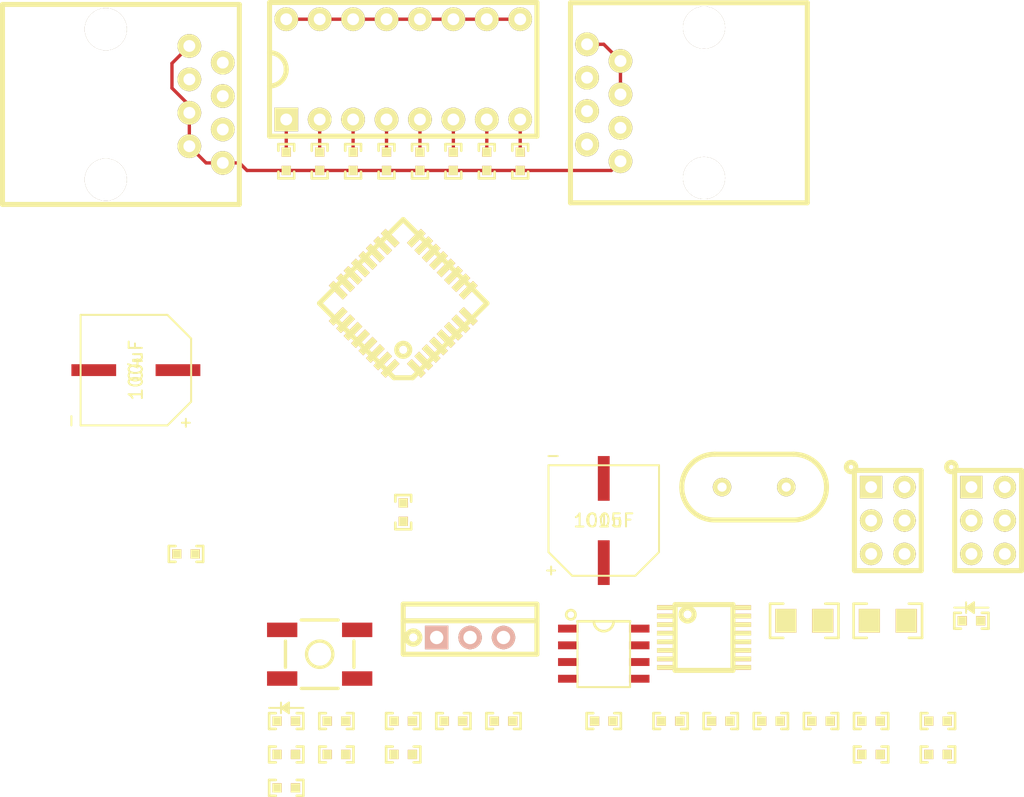
<source format=kicad_pcb>
(kicad_pcb (version 3) (host pcbnew "(2013-05-31 BZR 4019)-stable")

  (general
    (links 124)
    (no_connects 95)
    (area 0 0 0 0)
    (thickness 1.6)
    (drawings 0)
    (tracks 37)
    (zones 0)
    (modules 44)
    (nets 36)
  )

  (page A3)
  (layers
    (15 F.Cu signal)
    (0 B.Cu signal)
    (16 B.Adhes user)
    (17 F.Adhes user)
    (18 B.Paste user)
    (19 F.Paste user)
    (20 B.SilkS user)
    (21 F.SilkS user)
    (22 B.Mask user)
    (23 F.Mask user)
    (24 Dwgs.User user)
    (25 Cmts.User user)
    (26 Eco1.User user)
    (27 Eco2.User user)
    (28 Edge.Cuts user)
  )

  (setup
    (last_trace_width 0.254)
    (trace_clearance 0.254)
    (zone_clearance 0.508)
    (zone_45_only no)
    (trace_min 0.2032)
    (segment_width 0.2)
    (edge_width 0.15)
    (via_size 0.889)
    (via_drill 0.635)
    (via_min_size 0.762)
    (via_min_drill 0.381)
    (uvia_size 0.508)
    (uvia_drill 0.127)
    (uvias_allowed no)
    (uvia_min_size 0.508)
    (uvia_min_drill 0.127)
    (pcb_text_width 0.3)
    (pcb_text_size 1.5 1.5)
    (mod_edge_width 0.15)
    (mod_text_size 1.5 1.5)
    (mod_text_width 0.15)
    (pad_size 1.55 0.6)
    (pad_drill 0)
    (pad_to_mask_clearance 0.2)
    (aux_axis_origin 0 0)
    (visible_elements 7FFFFBBF)
    (pcbplotparams
      (layerselection 3178497)
      (usegerberextensions true)
      (excludeedgelayer true)
      (linewidth 0.100000)
      (plotframeref false)
      (viasonmask false)
      (mode 1)
      (useauxorigin false)
      (hpglpennumber 1)
      (hpglpenspeed 20)
      (hpglpendiameter 15)
      (hpglpenoverlay 2)
      (psnegative false)
      (psa4output false)
      (plotreference true)
      (plotvalue true)
      (plotothertext true)
      (plotinvisibletext false)
      (padsonsilk false)
      (subtractmaskfromsilk false)
      (outputformat 1)
      (mirror false)
      (drillshape 1)
      (scaleselection 1)
      (outputdirectory ""))
  )

  (net 0 "")
  (net 1 /ADDR_0)
  (net 2 /ADDR_1)
  (net 3 /ADDR_2)
  (net 4 /ADDR_3)
  (net 5 /ADDR_4)
  (net 6 /ADDR_5)
  (net 7 /ADDR_6)
  (net 8 /ADDR_7)
  (net 9 /MISO)
  (net 10 /MOSI)
  (net 11 /RESET)
  (net 12 /RS_SLV_RX)
  (net 13 /RS_SLV_TX)
  (net 14 /SCK)
  (net 15 /SERIAL_RX)
  (net 16 /SERIAL_TX)
  (net 17 /V_BUS)
  (net 18 /V_REG)
  (net 19 GND)
  (net 20 N-000001)
  (net 21 N-0000014)
  (net 22 N-0000015)
  (net 23 N-0000016)
  (net 24 N-0000017)
  (net 25 N-0000018)
  (net 26 N-0000019)
  (net 27 N-0000022)
  (net 28 N-0000024)
  (net 29 N-0000039)
  (net 30 N-0000040)
  (net 31 N-0000045)
  (net 32 N-000005)
  (net 33 N-000006)
  (net 34 N-000007)
  (net 35 VCC)

  (net_class Default "This is the default net class."
    (clearance 0.254)
    (trace_width 0.254)
    (via_dia 0.889)
    (via_drill 0.635)
    (uvia_dia 0.508)
    (uvia_drill 0.127)
    (add_net "")
    (add_net /ADDR_0)
    (add_net /ADDR_1)
    (add_net /ADDR_2)
    (add_net /ADDR_3)
    (add_net /ADDR_4)
    (add_net /ADDR_5)
    (add_net /ADDR_6)
    (add_net /ADDR_7)
    (add_net /MISO)
    (add_net /MOSI)
    (add_net /RESET)
    (add_net /RS_SLV_RX)
    (add_net /RS_SLV_TX)
    (add_net /SCK)
    (add_net /SERIAL_RX)
    (add_net /SERIAL_TX)
    (add_net /V_BUS)
    (add_net /V_REG)
    (add_net GND)
    (add_net N-000001)
    (add_net N-0000014)
    (add_net N-0000015)
    (add_net N-0000016)
    (add_net N-0000017)
    (add_net N-0000018)
    (add_net N-0000019)
    (add_net N-0000022)
    (add_net N-0000024)
    (add_net N-0000039)
    (add_net N-0000040)
    (add_net N-0000045)
    (add_net N-000005)
    (add_net N-000006)
    (add_net N-000007)
    (add_net VCC)
  )

  (module TSSOP16 (layer F.Cu) (tedit 5186F529) (tstamp 51D1AD66)
    (at 236.22 175.26)
    (path /51C1D88A)
    (attr smd)
    (fp_text reference IC4 (at 0 4.0005) (layer F.SilkS) hide
      (effects (font (size 1.524 1.524) (thickness 0.3048)))
    )
    (fp_text value MAX3232 (at -1.00076 -3.74904) (layer F.SilkS) hide
      (effects (font (size 1.524 1.524) (thickness 0.3048)))
    )
    (fp_circle (center -1.24968 -1.75006) (end -1.24968 -2.25044) (layer F.SilkS) (width 0.381))
    (fp_line (start 2.19964 -2.49936) (end -2.19964 -2.49936) (layer F.SilkS) (width 0.381))
    (fp_line (start -2.19964 -2.49936) (end -2.19964 2.49936) (layer F.SilkS) (width 0.381))
    (fp_line (start -2.19964 2.49936) (end 2.19964 2.49936) (layer F.SilkS) (width 0.381))
    (fp_line (start 2.19964 2.49936) (end 2.19964 -2.49936) (layer F.SilkS) (width 0.381))
    (pad 9 smd rect (at 2.87528 2.27584) (size 1.39954 0.35052)
      (layers F.Cu F.Paste F.SilkS F.Mask)
    )
    (pad 10 smd rect (at 2.87528 1.6256) (size 1.39954 0.35052)
      (layers F.Cu F.Paste F.SilkS F.Mask)
    )
    (pad 11 smd rect (at 2.87528 0.97536) (size 1.39954 0.35052)
      (layers F.Cu F.Paste F.SilkS F.Mask)
      (net 16 /SERIAL_TX)
    )
    (pad 12 smd rect (at 2.87528 0.32512) (size 1.39954 0.35052)
      (layers F.Cu F.Paste F.SilkS F.Mask)
      (net 15 /SERIAL_RX)
    )
    (pad 13 smd rect (at 2.87528 -0.32512) (size 1.39954 0.35052)
      (layers F.Cu F.Paste F.SilkS F.Mask)
      (net 12 /RS_SLV_RX)
    )
    (pad 14 smd rect (at 2.87528 -0.97536) (size 1.39954 0.35052)
      (layers F.Cu F.Paste F.SilkS F.Mask)
      (net 13 /RS_SLV_TX)
    )
    (pad 15 smd rect (at 2.87528 -1.6256) (size 1.39954 0.35052)
      (layers F.Cu F.Paste F.SilkS F.Mask)
      (net 19 GND)
    )
    (pad 16 smd rect (at 2.87528 -2.27584) (size 1.39954 0.35052)
      (layers F.Cu F.Paste F.SilkS F.Mask)
      (net 35 VCC)
    )
    (pad 1 smd rect (at -2.87528 -2.27584) (size 1.39954 0.35052)
      (layers F.Cu F.Paste F.SilkS F.Mask)
      (net 23 N-0000016)
    )
    (pad 2 smd rect (at -2.87528 -1.6256) (size 1.39954 0.35052)
      (layers F.Cu F.Paste F.SilkS F.Mask)
      (net 21 N-0000014)
    )
    (pad 3 smd rect (at -2.87528 -0.97536) (size 1.39954 0.35052)
      (layers F.Cu F.Paste F.SilkS F.Mask)
      (net 24 N-0000017)
    )
    (pad 4 smd rect (at -2.87528 -0.32512) (size 1.39954 0.35052)
      (layers F.Cu F.Paste F.SilkS F.Mask)
      (net 26 N-0000019)
    )
    (pad 5 smd rect (at -2.87528 0.32512) (size 1.39954 0.35052)
      (layers F.Cu F.Paste F.SilkS F.Mask)
      (net 25 N-0000018)
    )
    (pad 6 smd rect (at -2.87528 0.97536) (size 1.39954 0.35052)
      (layers F.Cu F.Paste F.SilkS F.Mask)
      (net 22 N-0000015)
    )
    (pad 7 smd rect (at -2.87528 1.6256) (size 1.39954 0.35052)
      (layers F.Cu F.Paste F.SilkS F.Mask)
    )
    (pad 8 smd rect (at -2.87528 2.27584) (size 1.39954 0.35052)
      (layers F.Cu F.Paste F.SilkS F.Mask)
    )
  )

  (module TQFP32_7mm (layer F.Cu) (tedit 5186F557) (tstamp 51D1AD90)
    (at 213.36 149.86 135)
    (tags "QFP TQFP 32")
    (path /51C1C9E6)
    (solder_paste_margin -0.254)
    (fp_text reference IC3 (at 0 7.00024 135) (layer F.SilkS) hide
      (effects (font (size 1.524 1.524) (thickness 0.3048)))
    )
    (fp_text value ATMEGA328P_TQFP (at -1.99898 -6.49986 135) (layer F.SilkS) hide
      (effects (font (size 1.524 1.524) (thickness 0.3048)))
    )
    (fp_circle (center -2.49936 -2.49936) (end -2.49936 -2.99974) (layer F.SilkS) (width 0.381))
    (fp_line (start -4.50088 -3.50012) (end -3.50012 -4.50088) (layer F.SilkS) (width 0.381))
    (fp_line (start -3.50012 -4.50088) (end 4.50088 -4.50088) (layer F.SilkS) (width 0.381))
    (fp_line (start 4.50088 -4.50088) (end 4.50088 4.50088) (layer F.SilkS) (width 0.381))
    (fp_line (start 4.50088 4.50088) (end -4.50088 4.50088) (layer F.SilkS) (width 0.381))
    (fp_line (start -4.50088 4.50088) (end -4.50088 -3.50012) (layer F.SilkS) (width 0.381))
    (pad 1 smd rect (at -4.20116 -2.79908 135) (size 1.50114 0.50038)
      (layers F.Cu F.Paste F.SilkS F.Mask)
    )
    (pad 2 smd rect (at -4.20116 -1.99898 135) (size 1.50114 0.50038)
      (layers F.Cu F.Paste F.SilkS F.Mask)
    )
    (pad 3 smd rect (at -4.20116 -1.19888 135) (size 1.50114 0.50038)
      (layers F.Cu F.Paste F.SilkS F.Mask)
      (net 19 GND)
    )
    (pad 4 smd rect (at -4.20116 -0.39878 135) (size 1.50114 0.50038)
      (layers F.Cu F.Paste F.SilkS F.Mask)
      (net 35 VCC)
    )
    (pad 5 smd rect (at -4.20116 0.39878 135) (size 1.50114 0.50038)
      (layers F.Cu F.Paste F.SilkS F.Mask)
      (net 19 GND)
    )
    (pad 6 smd rect (at -4.20116 1.19888 135) (size 1.50114 0.50038)
      (layers F.Cu F.Paste F.SilkS F.Mask)
      (net 35 VCC)
    )
    (pad 7 smd rect (at -4.20116 1.99898 135) (size 1.50114 0.50038)
      (layers F.Cu F.Paste F.SilkS F.Mask)
      (net 30 N-0000040)
    )
    (pad 8 smd rect (at -4.20116 2.79908 135) (size 1.50114 0.50038)
      (layers F.Cu F.Paste F.SilkS F.Mask)
      (net 29 N-0000039)
    )
    (pad 9 smd rect (at -2.79908 4.20116 225) (size 1.50114 0.50038)
      (layers F.Cu F.Paste F.SilkS F.Mask)
    )
    (pad 10 smd rect (at -1.99898 4.20116 225) (size 1.50114 0.50038)
      (layers F.Cu F.Paste F.SilkS F.Mask)
      (net 7 /ADDR_6)
    )
    (pad 11 smd rect (at -1.19888 4.20116 225) (size 1.50114 0.50038)
      (layers F.Cu F.Paste F.SilkS F.Mask)
      (net 8 /ADDR_7)
    )
    (pad 12 smd rect (at -0.39878 4.20116 225) (size 1.50114 0.50038)
      (layers F.Cu F.Paste F.SilkS F.Mask)
    )
    (pad 13 smd rect (at 0.39878 4.20116 225) (size 1.50114 0.50038)
      (layers F.Cu F.Paste F.SilkS F.Mask)
    )
    (pad 14 smd rect (at 1.19888 4.20116 225) (size 1.50114 0.50038)
      (layers F.Cu F.Paste F.SilkS F.Mask)
    )
    (pad 15 smd rect (at 1.99898 4.20116 225) (size 1.50114 0.50038)
      (layers F.Cu F.Paste F.SilkS F.Mask)
      (net 10 /MOSI)
    )
    (pad 16 smd rect (at 2.79908 4.20116 225) (size 1.50114 0.50038)
      (layers F.Cu F.Paste F.SilkS F.Mask)
      (net 9 /MISO)
    )
    (pad 17 smd rect (at 4.20116 2.79908 315) (size 1.50114 0.50038)
      (layers F.Cu F.Paste F.SilkS F.Mask)
      (net 14 /SCK)
    )
    (pad 18 smd rect (at 4.20116 1.99898 315) (size 1.50114 0.50038)
      (layers F.Cu F.Paste F.SilkS F.Mask)
      (net 35 VCC)
    )
    (pad 19 smd rect (at 4.20116 1.19888 315) (size 1.50114 0.50038)
      (layers F.Cu F.Paste F.SilkS F.Mask)
    )
    (pad 20 smd rect (at 4.20116 0.39878 315) (size 1.50114 0.50038)
      (layers F.Cu F.Paste F.SilkS F.Mask)
      (net 35 VCC)
    )
    (pad 21 smd rect (at 4.20116 -0.39878 315) (size 1.50114 0.50038)
      (layers F.Cu F.Paste F.SilkS F.Mask)
      (net 19 GND)
    )
    (pad 22 smd rect (at 4.20116 -1.19888 315) (size 1.50114 0.50038)
      (layers F.Cu F.Paste F.SilkS F.Mask)
    )
    (pad 23 smd rect (at 4.20116 -1.99898 315) (size 1.50114 0.50038)
      (layers F.Cu F.Paste F.SilkS F.Mask)
      (net 1 /ADDR_0)
    )
    (pad 24 smd rect (at 4.20116 -2.79908 315) (size 1.50114 0.50038)
      (layers F.Cu F.Paste F.SilkS F.Mask)
      (net 2 /ADDR_1)
    )
    (pad 25 smd rect (at 2.79908 -4.20116 45) (size 1.50114 0.50038)
      (layers F.Cu F.Paste F.SilkS F.Mask)
      (net 3 /ADDR_2)
    )
    (pad 26 smd rect (at 1.99898 -4.20116 45) (size 1.50114 0.50038)
      (layers F.Cu F.Paste F.SilkS F.Mask)
      (net 4 /ADDR_3)
    )
    (pad 27 smd rect (at 1.19888 -4.20116 45) (size 1.50114 0.50038)
      (layers F.Cu F.Paste F.SilkS F.Mask)
      (net 5 /ADDR_4)
    )
    (pad 28 smd rect (at 0.39878 -4.20116 45) (size 1.50114 0.50038)
      (layers F.Cu F.Paste F.SilkS F.Mask)
      (net 6 /ADDR_5)
    )
    (pad 29 smd rect (at -0.39878 -4.20116 45) (size 1.50114 0.50038)
      (layers F.Cu F.Paste F.SilkS F.Mask)
      (net 11 /RESET)
    )
    (pad 30 smd rect (at -1.19888 -4.20116 45) (size 1.50114 0.50038)
      (layers F.Cu F.Paste F.SilkS F.Mask)
      (net 15 /SERIAL_RX)
    )
    (pad 31 smd rect (at -1.99898 -4.20116 45) (size 1.50114 0.50038)
      (layers F.Cu F.Paste F.SilkS F.Mask)
      (net 16 /SERIAL_TX)
    )
    (pad 32 smd rect (at -2.79908 -4.20116 45) (size 1.50114 0.50038)
      (layers F.Cu F.Paste F.SilkS F.Mask)
    )
  )

  (module TO220_3pin (layer F.Cu) (tedit 5189B468) (tstamp 51D1AD9D)
    (at 218.44 175.26)
    (path /51C1EAD9)
    (fp_text reference IC1 (at 0 3.048) (layer F.SilkS) hide
      (effects (font (size 1.524 1.524) (thickness 0.3048)))
    )
    (fp_text value 5V_REG (at 0 -3.81) (layer F.SilkS) hide
      (effects (font (size 1.524 1.524) (thickness 0.3048)))
    )
    (fp_circle (center -4.318 0) (end -4.318 -0.508) (layer F.SilkS) (width 0.381))
    (fp_line (start -5.08 -1.27) (end 5.08 -1.27) (layer F.SilkS) (width 0.381))
    (fp_line (start 5.08 -2.54) (end 5.08 1.27) (layer F.SilkS) (width 0.381))
    (fp_line (start 5.08 1.27) (end -5.08 1.27) (layer F.SilkS) (width 0.381))
    (fp_line (start -5.08 1.27) (end -5.08 -2.54) (layer F.SilkS) (width 0.381))
    (fp_line (start -5.08 -2.54) (end 5.08 -2.54) (layer F.SilkS) (width 0.381))
    (pad 1 thru_hole rect (at -2.54 0) (size 1.778 1.778) (drill 1.016)
      (layers *.Cu *.SilkS *.Mask)
      (net 18 /V_REG)
    )
    (pad 2 thru_hole circle (at 0 0) (size 1.778 1.778) (drill 1.016)
      (layers *.Cu *.SilkS *.Mask)
      (net 19 GND)
    )
    (pad 3 thru_hole circle (at 2.54 0) (size 1.778 1.778) (drill 1.016)
      (layers *.Cu *.SilkS *.Mask)
      (net 28 N-0000024)
    )
  )

  (module SPST_4-pin-sm (layer F.Cu) (tedit 519BAD28) (tstamp 51D1ADAA)
    (at 207.01 176.53)
    (path /51C1CED7)
    (solder_mask_margin 0.2)
    (solder_paste_margin -0.1)
    (clearance 0.2)
    (attr smd)
    (fp_text reference S1 (at 0 4.572) (layer F.SilkS) hide
      (effects (font (size 1.524 1.524) (thickness 0.3048)))
    )
    (fp_text value RESET (at 0 -4.064) (layer F.SilkS) hide
      (effects (font (size 1.524 1.524) (thickness 0.3048)))
    )
    (fp_circle (center 0 0) (end 0 -1) (layer F.SilkS) (width 0.254))
    (fp_line (start -2.60096 1.00076) (end -2.60096 -1.00076) (layer F.SilkS) (width 0.254))
    (fp_line (start -1.39954 2.60096) (end 1.39954 2.60096) (layer F.SilkS) (width 0.254))
    (fp_line (start 1.39954 -2.60096) (end -1.39954 -2.60096) (layer F.SilkS) (width 0.254))
    (fp_line (start 2.60096 1.00076) (end 2.60096 -1.00076) (layer F.SilkS) (width 0.254))
    (pad 1 smd rect (at -2.84988 -1.84912) (size 2.30124 1.09982)
      (layers F.Cu F.Paste F.Mask)
      (net 19 GND)
    )
    (pad 1 smd rect (at 2.84988 -1.84912) (size 2.30124 1.09982)
      (layers F.Cu F.Paste F.Mask)
      (net 19 GND)
    )
    (pad 2 smd rect (at -2.84988 1.84912) (size 2.30124 1.09982)
      (layers F.Cu F.Paste F.Mask)
      (net 11 /RESET)
    )
    (pad 2 smd rect (at 2.84988 1.84912) (size 2.30124 1.09982)
      (layers F.Cu F.Paste F.Mask)
      (net 11 /RESET)
    )
  )

  (module SOIC8 (layer F.Cu) (tedit 51D1AC19) (tstamp 51D1ADBD)
    (at 228.6 176.53)
    (path /51C1F5DA)
    (solder_mask_margin 0.15)
    (solder_paste_margin -0.04)
    (clearance 0.2)
    (attr smd)
    (fp_text reference IC2 (at 0 6.2) (layer F.SilkS) hide
      (effects (font (size 1 1) (thickness 0.15)))
    )
    (fp_text value MC_33003A/34063A (at 0 -6.2) (layer F.SilkS) hide
      (effects (font (size 1 1) (thickness 0.15)))
    )
    (fp_line (start -2 2.5) (end -2 -2.5) (layer F.SilkS) (width 0.15))
    (fp_line (start 2 -2.5) (end 2 2.5) (layer F.SilkS) (width 0.15))
    (fp_line (start 2 2.5) (end -2 2.5) (layer F.SilkS) (width 0.15))
    (fp_arc (start 0 -2.5) (end 0.75 -2.5) (angle 90) (layer F.SilkS) (width 0.2032))
    (fp_arc (start 0 -2.5) (end 0 -1.75) (angle 90) (layer F.SilkS) (width 0.2032))
    (fp_circle (center -2.5 -3) (end -2.25 -2.75) (layer F.SilkS) (width 0.2032))
    (fp_line (start 2 -2.5) (end -2 -2.5) (layer F.SilkS) (width 0.2032))
    (pad 1 smd rect (at -2.7 -1.945) (size 1.55 0.6)
      (layers F.Cu F.Paste F.Mask)
      (net 31 N-0000045)
    )
    (pad 2 smd rect (at -2.7 -0.675) (size 1.55 0.6)
      (layers F.Cu F.Paste F.Mask)
      (net 33 N-000006)
    )
    (pad 3 smd rect (at -2.7 0.595) (size 1.55 0.6)
      (layers F.Cu F.Paste F.Mask)
      (net 20 N-000001)
    )
    (pad 4 smd rect (at -2.7 1.865) (size 1.55 0.6)
      (layers F.Cu F.Paste F.Mask)
      (net 19 GND)
    )
    (pad 5 smd rect (at 2.7 1.865) (size 1.55 0.6)
      (layers F.Cu F.Paste F.Mask)
      (net 34 N-000007)
    )
    (pad 6 smd rect (at 2.7 0.595) (size 1.55 0.6)
      (layers F.Cu F.Paste F.Mask)
      (net 17 /V_BUS)
    )
    (pad 7 smd rect (at 2.7 -0.675) (size 1.55 0.6)
      (layers F.Cu F.Paste F.Mask)
      (net 31 N-0000045)
    )
    (pad 8 smd rect (at 2.7 -1.945) (size 1.55 0.6)
      (layers F.Cu F.Paste F.Mask)
      (net 31 N-0000045)
    )
  )

  (module HC49 (layer F.Cu) (tedit 518ADD60) (tstamp 51D1ADC9)
    (at 240.03 163.83)
    (path /51C1CCBF)
    (fp_text reference Y1 (at 1 4) (layer F.SilkS) hide
      (effects (font (size 1.524 1.524) (thickness 0.3048)))
    )
    (fp_text value 16MHz (at -1.5 -4) (layer F.SilkS) hide
      (effects (font (size 1.524 1.524) (thickness 0.3048)))
    )
    (fp_line (start 3 2.5) (end -3 2.5) (layer F.SilkS) (width 0.381))
    (fp_line (start -3 -2.5) (end 3 -2.5) (layer F.SilkS) (width 0.381))
    (fp_arc (start -3 0) (end -5.5 0) (angle 90) (layer F.SilkS) (width 0.381))
    (fp_arc (start -3 0) (end -3 2.5) (angle 90) (layer F.SilkS) (width 0.381))
    (fp_arc (start 3 0) (end 5.5 0) (angle 90) (layer F.SilkS) (width 0.381))
    (fp_arc (start 3 0) (end 3 -2.5) (angle 90) (layer F.SilkS) (width 0.381))
    (pad 1 thru_hole circle (at -2.44 0) (size 1.4 1.4) (drill 0.7)
      (layers *.Cu *.Mask F.SilkS)
      (net 30 N-0000040)
    )
    (pad 2 thru_hole circle (at 2.44 0) (size 1.4 1.4) (drill 0.7)
      (layers *.Cu *.Mask F.SilkS)
      (net 29 N-0000039)
    )
  )

  (module DIP16 (layer F.Cu) (tedit 518AD646) (tstamp 51D1ADE3)
    (at 213.36 132.08)
    (path /51C1D1DB)
    (fp_text reference S2 (at 6.35 6.35) (layer F.SilkS) hide
      (effects (font (size 1.524 1.524) (thickness 0.3048)))
    )
    (fp_text value ADDRESS (at -7.62 -6.35) (layer F.SilkS) hide
      (effects (font (size 1.524 1.524) (thickness 0.3048)))
    )
    (fp_arc (start -10.16 0) (end -10.16 -1.27) (angle 90) (layer F.SilkS) (width 0.381))
    (fp_arc (start -10.16 0) (end -8.89 0) (angle 90) (layer F.SilkS) (width 0.381))
    (fp_line (start -10.16 -5.08) (end -10.16 5.08) (layer F.SilkS) (width 0.381))
    (fp_line (start -10.16 5.08) (end 10.16 5.08) (layer F.SilkS) (width 0.381))
    (fp_line (start 10.16 5.08) (end 10.16 -5.08) (layer F.SilkS) (width 0.381))
    (fp_line (start 10.16 -5.08) (end -10.16 -5.08) (layer F.SilkS) (width 0.381))
    (pad 1 thru_hole rect (at -8.89 3.81) (size 1.8 1.8) (drill 0.9)
      (layers *.Cu *.Mask F.SilkS)
      (net 1 /ADDR_0)
    )
    (pad 2 thru_hole circle (at -6.35 3.81) (size 1.8 1.8) (drill 0.9)
      (layers *.Cu *.Mask F.SilkS)
      (net 2 /ADDR_1)
    )
    (pad 4 thru_hole circle (at -1.27 3.81) (size 1.8 1.8) (drill 0.9)
      (layers *.Cu *.Mask F.SilkS)
      (net 4 /ADDR_3)
    )
    (pad 5 thru_hole circle (at 1.27 3.81) (size 1.8 1.8) (drill 0.9)
      (layers *.Cu *.Mask F.SilkS)
      (net 5 /ADDR_4)
    )
    (pad 6 thru_hole circle (at 3.81 3.81) (size 1.8 1.8) (drill 0.9)
      (layers *.Cu *.Mask F.SilkS)
      (net 6 /ADDR_5)
    )
    (pad 7 thru_hole circle (at 6.35 3.81) (size 1.8 1.8) (drill 0.9)
      (layers *.Cu *.Mask F.SilkS)
      (net 7 /ADDR_6)
    )
    (pad 8 thru_hole circle (at 8.89 3.81) (size 1.8 1.8) (drill 0.9)
      (layers *.Cu *.Mask F.SilkS)
      (net 8 /ADDR_7)
    )
    (pad 9 thru_hole circle (at 8.89 -3.81) (size 1.8 1.8) (drill 0.9)
      (layers *.Cu *.Mask F.SilkS)
      (net 35 VCC)
    )
    (pad 10 thru_hole circle (at 6.35 -3.81) (size 1.8 1.8) (drill 0.9)
      (layers *.Cu *.Mask F.SilkS)
      (net 35 VCC)
    )
    (pad 11 thru_hole circle (at 3.81 -3.81) (size 1.8 1.8) (drill 0.9)
      (layers *.Cu *.Mask F.SilkS)
      (net 35 VCC)
    )
    (pad 12 thru_hole circle (at 1.27 -3.81) (size 1.8 1.8) (drill 0.9)
      (layers *.Cu *.Mask F.SilkS)
      (net 35 VCC)
    )
    (pad 13 thru_hole circle (at -1.27 -3.81) (size 1.8 1.8) (drill 0.9)
      (layers *.Cu *.Mask F.SilkS)
      (net 35 VCC)
    )
    (pad 14 thru_hole circle (at -3.81 -3.81) (size 1.8 1.8) (drill 0.9)
      (layers *.Cu *.Mask F.SilkS)
      (net 35 VCC)
    )
    (pad 15 thru_hole circle (at -6.35 -3.81) (size 1.8 1.8) (drill 0.9)
      (layers *.Cu *.Mask F.SilkS)
      (net 35 VCC)
    )
    (pad 16 thru_hole circle (at -8.89 -3.81) (size 1.8 1.8) (drill 0.9)
      (layers *.Cu *.Mask F.SilkS)
      (net 35 VCC)
    )
    (pad 3 thru_hole circle (at -3.81 3.81) (size 1.8 1.8) (drill 0.9)
      (layers *.Cu *.Mask F.SilkS)
      (net 3 /ADDR_2)
    )
  )

  (module CYLIN_CAP (layer F.Cu) (tedit 51CE203E) (tstamp 51D1ADF2)
    (at 193.04 154.94 90)
    (path /51CE172E)
    (fp_text reference C4 (at 0 0 90) (layer F.SilkS)
      (effects (font (size 1 1) (thickness 0.15)))
    )
    (fp_text value 100uF (at 0 0 90) (layer F.SilkS)
      (effects (font (size 1 1) (thickness 0.15)))
    )
    (fp_line (start -4.2 -4.9) (end -3.5 -4.9) (layer F.SilkS) (width 0.15))
    (fp_line (start -3.7 3.8) (end -4.3 3.8) (layer F.SilkS) (width 0.15))
    (fp_line (start -4 3.5) (end -4 4.1) (layer F.SilkS) (width 0.15))
    (fp_line (start 4.2 -4.2) (end 4.2 2.4) (layer F.SilkS) (width 0.15))
    (fp_line (start -4.2 2.4) (end -4.2 -4.2) (layer F.SilkS) (width 0.15))
    (fp_line (start -2.4 4.2) (end 2.4 4.2) (layer F.SilkS) (width 0.15))
    (fp_line (start 2.4 4.2) (end 4.2 2.4) (layer F.SilkS) (width 0.15))
    (fp_line (start -2.4 4.2) (end -4.2 2.4) (layer F.SilkS) (width 0.15))
    (fp_line (start -4.2 -4.2) (end 4.2 -4.2) (layer F.SilkS) (width 0.15))
    (pad 1 smd rect (at 0 3.2 90) (size 0.9 3.4)
      (layers F.Cu F.Paste F.Mask)
      (net 17 /V_BUS)
    )
    (pad 2 smd rect (at 0 -3.2 90) (size 0.9 3.4)
      (layers F.Cu F.Paste F.Mask)
      (net 19 GND)
    )
  )

  (module CYLIN_CAP (layer F.Cu) (tedit 51CE203E) (tstamp 51D1AE01)
    (at 228.6 166.37)
    (path /51C21BA2)
    (fp_text reference C15 (at 0 0) (layer F.SilkS)
      (effects (font (size 1 1) (thickness 0.15)))
    )
    (fp_text value 100uF (at 0 0) (layer F.SilkS)
      (effects (font (size 1 1) (thickness 0.15)))
    )
    (fp_line (start -4.2 -4.9) (end -3.5 -4.9) (layer F.SilkS) (width 0.15))
    (fp_line (start -3.7 3.8) (end -4.3 3.8) (layer F.SilkS) (width 0.15))
    (fp_line (start -4 3.5) (end -4 4.1) (layer F.SilkS) (width 0.15))
    (fp_line (start 4.2 -4.2) (end 4.2 2.4) (layer F.SilkS) (width 0.15))
    (fp_line (start -4.2 2.4) (end -4.2 -4.2) (layer F.SilkS) (width 0.15))
    (fp_line (start -2.4 4.2) (end 2.4 4.2) (layer F.SilkS) (width 0.15))
    (fp_line (start 2.4 4.2) (end 4.2 2.4) (layer F.SilkS) (width 0.15))
    (fp_line (start -2.4 4.2) (end -4.2 2.4) (layer F.SilkS) (width 0.15))
    (fp_line (start -4.2 -4.2) (end 4.2 -4.2) (layer F.SilkS) (width 0.15))
    (pad 1 smd rect (at 0 3.2) (size 0.9 3.4)
      (layers F.Cu F.Paste F.Mask)
      (net 19 GND)
    )
    (pad 2 smd rect (at 0 -3.2) (size 0.9 3.4)
      (layers F.Cu F.Paste F.Mask)
      (net 18 /V_REG)
    )
  )

  (module 8P8C_thru (layer F.Cu) (tedit 51899AE4) (tstamp 51D1AE13)
    (at 228.6 134.62)
    (path /51C1E0D7)
    (fp_text reference J2 (at 9.53 9.16) (layer F.SilkS) hide
      (effects (font (size 1.524 1.524) (thickness 0.3048)))
    )
    (fp_text value SERIAL_POWER_OUT_R (at 0.14 -9) (layer F.SilkS) hide
      (effects (font (size 1.524 1.524) (thickness 0.3048)))
    )
    (fp_line (start 15.47 -7.6) (end -2.53 -7.6) (layer F.SilkS) (width 0.381))
    (fp_line (start -2.53 -7.6) (end -2.53 7.6) (layer F.SilkS) (width 0.381))
    (fp_line (start -2.53 7.6) (end 15.47 7.6) (layer F.SilkS) (width 0.381))
    (fp_line (start 15.47 7.6) (end 15.47 -7.6) (layer F.SilkS) (width 0.381))
    (pad 1 thru_hole circle (at 1.27 4.445) (size 1.8 1.8) (drill 0.9)
      (layers *.Cu *.Mask F.SilkS)
      (net 19 GND)
    )
    (pad 2 thru_hole circle (at -1.27 3.175) (size 1.8 1.8) (drill 0.9)
      (layers *.Cu *.Mask F.SilkS)
      (net 13 /RS_SLV_TX)
    )
    (pad 3 thru_hole circle (at 1.27 1.905) (size 1.8 1.8) (drill 0.9)
      (layers *.Cu *.Mask F.SilkS)
      (net 17 /V_BUS)
    )
    (pad 4 thru_hole circle (at -1.27 0.635) (size 1.8 1.8) (drill 0.9)
      (layers *.Cu *.Mask F.SilkS)
      (net 12 /RS_SLV_RX)
    )
    (pad 5 thru_hole circle (at 1.27 -0.635) (size 1.8 1.8) (drill 0.9)
      (layers *.Cu *.Mask F.SilkS)
      (net 19 GND)
    )
    (pad 6 thru_hole circle (at -1.27 -1.905) (size 1.8 1.8) (drill 0.9)
      (layers *.Cu *.Mask F.SilkS)
      (net 17 /V_BUS)
    )
    (pad 7 thru_hole circle (at 1.27 -3.175) (size 1.8 1.8) (drill 0.9)
      (layers *.Cu *.Mask F.SilkS)
      (net 19 GND)
    )
    (pad 8 thru_hole circle (at -1.27 -4.445) (size 1.8 1.8) (drill 0.9)
      (layers *.Cu *.Mask F.SilkS)
      (net 19 GND)
    )
    (pad "" thru_hole circle (at 7.62 5.715) (size 3.2 3.2) (drill 3.2)
      (layers *.Cu *.Mask F.SilkS)
    )
    (pad "" thru_hole circle (at 7.62 -5.715) (size 3.2 3.2) (drill 3.2)
      (layers *.Cu *.Mask F.SilkS)
    )
  )

  (module 8P8C_thru (layer F.Cu) (tedit 51899AE4) (tstamp 51D1AE25)
    (at 198.374 134.747 180)
    (path /51C1E0E6)
    (fp_text reference J1 (at 9.53 9.16 180) (layer F.SilkS) hide
      (effects (font (size 1.524 1.524) (thickness 0.3048)))
    )
    (fp_text value SERIAL_POWER_OUT_L (at 0.14 -9 180) (layer F.SilkS) hide
      (effects (font (size 1.524 1.524) (thickness 0.3048)))
    )
    (fp_line (start 15.47 -7.6) (end -2.53 -7.6) (layer F.SilkS) (width 0.381))
    (fp_line (start -2.53 -7.6) (end -2.53 7.6) (layer F.SilkS) (width 0.381))
    (fp_line (start -2.53 7.6) (end 15.47 7.6) (layer F.SilkS) (width 0.381))
    (fp_line (start 15.47 7.6) (end 15.47 -7.6) (layer F.SilkS) (width 0.381))
    (pad 1 thru_hole circle (at 1.27 4.445 180) (size 1.8 1.8) (drill 0.9)
      (layers *.Cu *.Mask F.SilkS)
      (net 19 GND)
    )
    (pad 2 thru_hole circle (at -1.27 3.175 180) (size 1.8 1.8) (drill 0.9)
      (layers *.Cu *.Mask F.SilkS)
      (net 13 /RS_SLV_TX)
    )
    (pad 3 thru_hole circle (at 1.27 1.905 180) (size 1.8 1.8) (drill 0.9)
      (layers *.Cu *.Mask F.SilkS)
      (net 17 /V_BUS)
    )
    (pad 4 thru_hole circle (at -1.27 0.635 180) (size 1.8 1.8) (drill 0.9)
      (layers *.Cu *.Mask F.SilkS)
      (net 12 /RS_SLV_RX)
    )
    (pad 5 thru_hole circle (at 1.27 -0.635 180) (size 1.8 1.8) (drill 0.9)
      (layers *.Cu *.Mask F.SilkS)
      (net 19 GND)
    )
    (pad 6 thru_hole circle (at -1.27 -1.905 180) (size 1.8 1.8) (drill 0.9)
      (layers *.Cu *.Mask F.SilkS)
      (net 17 /V_BUS)
    )
    (pad 7 thru_hole circle (at 1.27 -3.175 180) (size 1.8 1.8) (drill 0.9)
      (layers *.Cu *.Mask F.SilkS)
      (net 19 GND)
    )
    (pad 8 thru_hole circle (at -1.27 -4.445 180) (size 1.8 1.8) (drill 0.9)
      (layers *.Cu *.Mask F.SilkS)
      (net 19 GND)
    )
    (pad "" thru_hole circle (at 7.62 5.715 180) (size 3.2 3.2) (drill 3.2)
      (layers *.Cu *.Mask F.SilkS)
    )
    (pad "" thru_hole circle (at 7.62 -5.715 180) (size 3.2 3.2) (drill 3.2)
      (layers *.Cu *.Mask F.SilkS)
    )
  )

  (module 2x3-array (layer F.Cu) (tedit 519D2296) (tstamp 51D1AE34)
    (at 250.19 166.37)
    (path /51C1C9F5)
    (fp_text reference P1 (at 0 5.5) (layer F.SilkS) hide
      (effects (font (size 1.524 1.524) (thickness 0.3048)))
    )
    (fp_text value AVR_ISP (at 0 -6) (layer F.SilkS) hide
      (effects (font (size 1.524 1.524) (thickness 0.3048)))
    )
    (fp_circle (center -2.794 -4.064) (end -2.54 -3.81) (layer F.SilkS) (width 0.381))
    (fp_line (start 2.54 -3.81) (end -2.54 -3.81) (layer F.SilkS) (width 0.381))
    (fp_line (start -2.54 -3.81) (end -2.54 3.81) (layer F.SilkS) (width 0.381))
    (fp_line (start -2.54 3.81) (end 2.54 3.81) (layer F.SilkS) (width 0.381))
    (fp_line (start 2.54 3.81) (end 2.54 -3.81) (layer F.SilkS) (width 0.381))
    (pad 1 thru_hole rect (at -1.27 -2.54) (size 1.7 1.7) (drill 0.9)
      (layers *.Cu *.Mask F.SilkS)
      (net 9 /MISO)
    )
    (pad 2 thru_hole circle (at 1.27 -2.54) (size 1.7 1.7) (drill 0.9)
      (layers *.Cu *.Mask F.SilkS)
      (net 35 VCC)
    )
    (pad 3 thru_hole circle (at -1.27 0) (size 1.7 1.7) (drill 0.9)
      (layers *.Cu *.Mask F.SilkS)
      (net 14 /SCK)
    )
    (pad 4 thru_hole circle (at 1.27 0) (size 1.7 1.7) (drill 0.9)
      (layers *.Cu *.Mask F.SilkS)
      (net 10 /MOSI)
    )
    (pad 5 thru_hole circle (at -1.27 2.54) (size 1.7 1.7) (drill 0.9)
      (layers *.Cu *.Mask F.SilkS)
      (net 11 /RESET)
    )
    (pad 6 thru_hole circle (at 1.27 2.54) (size 1.7 1.7) (drill 0.9)
      (layers *.Cu *.Mask F.SilkS)
      (net 19 GND)
    )
  )

  (module 2x3-array (layer F.Cu) (tedit 519D2296) (tstamp 51D1AE43)
    (at 257.81 166.37)
    (path /51C228B8)
    (fp_text reference PW1 (at 0 5.5) (layer F.SilkS) hide
      (effects (font (size 1.524 1.524) (thickness 0.3048)))
    )
    (fp_text value DC_BARREL_JACK (at 0 -6) (layer F.SilkS) hide
      (effects (font (size 1.524 1.524) (thickness 0.3048)))
    )
    (fp_circle (center -2.794 -4.064) (end -2.54 -3.81) (layer F.SilkS) (width 0.381))
    (fp_line (start 2.54 -3.81) (end -2.54 -3.81) (layer F.SilkS) (width 0.381))
    (fp_line (start -2.54 -3.81) (end -2.54 3.81) (layer F.SilkS) (width 0.381))
    (fp_line (start -2.54 3.81) (end 2.54 3.81) (layer F.SilkS) (width 0.381))
    (fp_line (start 2.54 3.81) (end 2.54 -3.81) (layer F.SilkS) (width 0.381))
    (pad 1 thru_hole rect (at -1.27 -2.54) (size 1.7 1.7) (drill 0.9)
      (layers *.Cu *.Mask F.SilkS)
      (net 19 GND)
    )
    (pad 2 thru_hole circle (at 1.27 -2.54) (size 1.7 1.7) (drill 0.9)
      (layers *.Cu *.Mask F.SilkS)
      (net 19 GND)
    )
    (pad 3 thru_hole circle (at -1.27 0) (size 1.7 1.7) (drill 0.9)
      (layers *.Cu *.Mask F.SilkS)
      (net 17 /V_BUS)
    )
    (pad 4 thru_hole circle (at 1.27 0) (size 1.7 1.7) (drill 0.9)
      (layers *.Cu *.Mask F.SilkS)
    )
    (pad 5 thru_hole circle (at -1.27 2.54) (size 1.7 1.7) (drill 0.9)
      (layers *.Cu *.Mask F.SilkS)
    )
    (pad 6 thru_hole circle (at 1.27 2.54) (size 1.7 1.7) (drill 0.9)
      (layers *.Cu *.Mask F.SilkS)
    )
  )

  (module "1206(3216m)" (layer F.Cu) (tedit 519CEA4F) (tstamp 51D1AE4F)
    (at 243.84 173.99)
    (path /51C21758)
    (attr smd)
    (fp_text reference F1 (at 0 2.6) (layer F.SilkS) hide
      (effects (font (size 1.524 1.524) (thickness 0.3048)))
    )
    (fp_text value 500mA (at 0 -2.4) (layer F.SilkS) hide
      (effects (font (size 1.524 1.524) (thickness 0.3048)))
    )
    (fp_line (start -2.6 1.3) (end -2.6 -1.3) (layer F.SilkS) (width 0.2))
    (fp_line (start -2.6 -1.3) (end -1.6 -1.3) (layer F.SilkS) (width 0.2))
    (fp_line (start -2.6 1.3) (end -1.6 1.3) (layer F.SilkS) (width 0.2))
    (fp_line (start 2.6 -1.3) (end 2.6 1.3) (layer F.SilkS) (width 0.2))
    (fp_line (start 2.6 1.3) (end 1.6 1.3) (layer F.SilkS) (width 0.2))
    (fp_line (start 2.6 -1.3) (end 1.6 -1.3) (layer F.SilkS) (width 0.2))
    (pad 1 smd rect (at -1.4 0) (size 1.6 1.8)
      (layers F.Cu F.Paste F.SilkS F.Mask)
      (net 28 N-0000024)
    )
    (pad 2 smd rect (at 1.4 0) (size 1.6 1.8)
      (layers F.Cu F.Paste F.SilkS F.Mask)
      (net 35 VCC)
    )
  )

  (module "1206(3216m)" (layer F.Cu) (tedit 519CEA4F) (tstamp 51D1AE5B)
    (at 250.19 173.99)
    (path /51C22C18)
    (attr smd)
    (fp_text reference C14 (at 0 2.6) (layer F.SilkS) hide
      (effects (font (size 1.524 1.524) (thickness 0.3048)))
    )
    (fp_text value 10uF (at 0 -2.4) (layer F.SilkS) hide
      (effects (font (size 1.524 1.524) (thickness 0.3048)))
    )
    (fp_line (start -2.6 1.3) (end -2.6 -1.3) (layer F.SilkS) (width 0.2))
    (fp_line (start -2.6 -1.3) (end -1.6 -1.3) (layer F.SilkS) (width 0.2))
    (fp_line (start -2.6 1.3) (end -1.6 1.3) (layer F.SilkS) (width 0.2))
    (fp_line (start 2.6 -1.3) (end 2.6 1.3) (layer F.SilkS) (width 0.2))
    (fp_line (start 2.6 1.3) (end 1.6 1.3) (layer F.SilkS) (width 0.2))
    (fp_line (start 2.6 -1.3) (end 1.6 -1.3) (layer F.SilkS) (width 0.2))
    (pad 1 smd rect (at -1.4 0) (size 1.6 1.8)
      (layers F.Cu F.Paste F.SilkS F.Mask)
      (net 19 GND)
    )
    (pad 2 smd rect (at 1.4 0) (size 1.6 1.8)
      (layers F.Cu F.Paste F.SilkS F.Mask)
      (net 17 /V_BUS)
    )
  )

  (module "0603(1608m)_LED" (layer F.Cu) (tedit 51D1AA78) (tstamp 51D1AE72)
    (at 256.54 173.99)
    (path /51C21A0E)
    (solder_mask_margin 0.15)
    (solder_paste_margin -0.025)
    (clearance 0.15)
    (attr smd)
    (fp_text reference LED1 (at 0 2.1) (layer F.SilkS) hide
      (effects (font (size 1.524 1.524) (thickness 0.3048)))
    )
    (fp_text value LED (at 0 -2.8) (layer F.SilkS) hide
      (effects (font (size 1.524 1.524) (thickness 0.3048)))
    )
    (fp_line (start -0.2 -1) (end 0.1 -1.2) (layer F.SilkS) (width 0.15))
    (fp_line (start 0.1 -1.2) (end 0.1 -0.8) (layer F.SilkS) (width 0.15))
    (fp_line (start 0.1 -0.8) (end -0.1 -0.9) (layer F.SilkS) (width 0.15))
    (fp_line (start -0.1 -0.9) (end 0 -0.9) (layer F.SilkS) (width 0.15))
    (fp_line (start -0.4 -0.6) (end -0.4 -1.4) (layer F.SilkS) (width 0.15))
    (fp_line (start -0.4 -1) (end 0.2 -0.6) (layer F.SilkS) (width 0.15))
    (fp_line (start 0.2 -0.6) (end 0.2 -1.4) (layer F.SilkS) (width 0.15))
    (fp_line (start 0.2 -1.4) (end -0.4 -1) (layer F.SilkS) (width 0.15))
    (fp_line (start -0.4 -1) (end -0.2 -0.9) (layer F.SilkS) (width 0.15))
    (fp_line (start -0.2 -0.9) (end -0.2 -1.1) (layer F.SilkS) (width 0.15))
    (fp_line (start 1.3 -1) (end -1.3 -1) (layer F.SilkS) (width 0.15))
    (fp_line (start -1.3 0.6) (end -1.3 -0.6) (layer F.SilkS) (width 0.2))
    (fp_line (start -1.3 -0.6) (end -0.8 -0.6) (layer F.SilkS) (width 0.2))
    (fp_line (start -1.3 0.6) (end -0.8 0.6) (layer F.SilkS) (width 0.2))
    (fp_line (start 1.3 -0.6) (end 1.3 0.6) (layer F.SilkS) (width 0.2))
    (fp_line (start 1.3 0.6) (end 0.8 0.6) (layer F.SilkS) (width 0.2))
    (fp_line (start 1.3 -0.6) (end 0.8 -0.6) (layer F.SilkS) (width 0.2))
    (pad 1 smd rect (at -0.7 0) (size 0.7 0.7)
      (layers F.Cu F.Paste F.SilkS F.Mask)
      (net 27 N-0000022)
    )
    (pad 2 smd rect (at 0.7 0) (size 0.7 0.7)
      (layers F.Cu F.Paste F.SilkS F.Mask)
      (net 19 GND)
    )
  )

  (module "0603(1608m)_LED" (layer F.Cu) (tedit 51D1AA78) (tstamp 51D1AE89)
    (at 204.47 181.61)
    (path /51C20DF4)
    (solder_mask_margin 0.15)
    (solder_paste_margin -0.025)
    (clearance 0.15)
    (attr smd)
    (fp_text reference D1 (at 0 2.1) (layer F.SilkS) hide
      (effects (font (size 1.524 1.524) (thickness 0.3048)))
    )
    (fp_text value D (at 0 -2.8) (layer F.SilkS) hide
      (effects (font (size 1.524 1.524) (thickness 0.3048)))
    )
    (fp_line (start -0.2 -1) (end 0.1 -1.2) (layer F.SilkS) (width 0.15))
    (fp_line (start 0.1 -1.2) (end 0.1 -0.8) (layer F.SilkS) (width 0.15))
    (fp_line (start 0.1 -0.8) (end -0.1 -0.9) (layer F.SilkS) (width 0.15))
    (fp_line (start -0.1 -0.9) (end 0 -0.9) (layer F.SilkS) (width 0.15))
    (fp_line (start -0.4 -0.6) (end -0.4 -1.4) (layer F.SilkS) (width 0.15))
    (fp_line (start -0.4 -1) (end 0.2 -0.6) (layer F.SilkS) (width 0.15))
    (fp_line (start 0.2 -0.6) (end 0.2 -1.4) (layer F.SilkS) (width 0.15))
    (fp_line (start 0.2 -1.4) (end -0.4 -1) (layer F.SilkS) (width 0.15))
    (fp_line (start -0.4 -1) (end -0.2 -0.9) (layer F.SilkS) (width 0.15))
    (fp_line (start -0.2 -0.9) (end -0.2 -1.1) (layer F.SilkS) (width 0.15))
    (fp_line (start 1.3 -1) (end -1.3 -1) (layer F.SilkS) (width 0.15))
    (fp_line (start -1.3 0.6) (end -1.3 -0.6) (layer F.SilkS) (width 0.2))
    (fp_line (start -1.3 -0.6) (end -0.8 -0.6) (layer F.SilkS) (width 0.2))
    (fp_line (start -1.3 0.6) (end -0.8 0.6) (layer F.SilkS) (width 0.2))
    (fp_line (start 1.3 -0.6) (end 1.3 0.6) (layer F.SilkS) (width 0.2))
    (fp_line (start 1.3 0.6) (end 0.8 0.6) (layer F.SilkS) (width 0.2))
    (fp_line (start 1.3 -0.6) (end 0.8 -0.6) (layer F.SilkS) (width 0.2))
    (pad 1 smd rect (at -0.7 0) (size 0.7 0.7)
      (layers F.Cu F.Paste F.SilkS F.Mask)
      (net 33 N-000006)
    )
    (pad 2 smd rect (at 0.7 0) (size 0.7 0.7)
      (layers F.Cu F.Paste F.SilkS F.Mask)
      (net 19 GND)
    )
  )

  (module "0603(1608m)" (layer F.Cu) (tedit 519CEABD) (tstamp 51D1AE95)
    (at 207.01 139.065 90)
    (path /51C22228)
    (solder_mask_margin 0.15)
    (solder_paste_margin -0.025)
    (clearance 0.15)
    (attr smd)
    (fp_text reference R7 (at 0 2.1 90) (layer F.SilkS) hide
      (effects (font (size 1.524 1.524) (thickness 0.3048)))
    )
    (fp_text value 10k (at 0 -1.9 90) (layer F.SilkS) hide
      (effects (font (size 1.524 1.524) (thickness 0.3048)))
    )
    (fp_line (start -1.3 0.6) (end -1.3 -0.6) (layer F.SilkS) (width 0.2))
    (fp_line (start -1.3 -0.6) (end -0.8 -0.6) (layer F.SilkS) (width 0.2))
    (fp_line (start -1.3 0.6) (end -0.8 0.6) (layer F.SilkS) (width 0.2))
    (fp_line (start 1.3 -0.6) (end 1.3 0.6) (layer F.SilkS) (width 0.2))
    (fp_line (start 1.3 0.6) (end 0.8 0.6) (layer F.SilkS) (width 0.2))
    (fp_line (start 1.3 -0.6) (end 0.8 -0.6) (layer F.SilkS) (width 0.2))
    (pad 1 smd rect (at -0.7 0 90) (size 0.7 0.7)
      (layers F.Cu F.Paste F.SilkS F.Mask)
      (net 19 GND)
    )
    (pad 2 smd rect (at 0.7 0 90) (size 0.7 0.7)
      (layers F.Cu F.Paste F.SilkS F.Mask)
      (net 2 /ADDR_1)
    )
  )

  (module "0603(1608m)" (layer F.Cu) (tedit 519CEABD) (tstamp 51D1AEA1)
    (at 204.47 186.69)
    (path /51C23B26)
    (solder_mask_margin 0.15)
    (solder_paste_margin -0.025)
    (clearance 0.15)
    (attr smd)
    (fp_text reference R2 (at 0 2.1) (layer F.SilkS) hide
      (effects (font (size 1.524 1.524) (thickness 0.3048)))
    )
    (fp_text value 0.33 (at 0 -1.9) (layer F.SilkS) hide
      (effects (font (size 1.524 1.524) (thickness 0.3048)))
    )
    (fp_line (start -1.3 0.6) (end -1.3 -0.6) (layer F.SilkS) (width 0.2))
    (fp_line (start -1.3 -0.6) (end -0.8 -0.6) (layer F.SilkS) (width 0.2))
    (fp_line (start -1.3 0.6) (end -0.8 0.6) (layer F.SilkS) (width 0.2))
    (fp_line (start 1.3 -0.6) (end 1.3 0.6) (layer F.SilkS) (width 0.2))
    (fp_line (start 1.3 0.6) (end 0.8 0.6) (layer F.SilkS) (width 0.2))
    (fp_line (start 1.3 -0.6) (end 0.8 -0.6) (layer F.SilkS) (width 0.2))
    (pad 1 smd rect (at -0.7 0) (size 0.7 0.7)
      (layers F.Cu F.Paste F.SilkS F.Mask)
      (net 17 /V_BUS)
    )
    (pad 2 smd rect (at 0.7 0) (size 0.7 0.7)
      (layers F.Cu F.Paste F.SilkS F.Mask)
      (net 31 N-0000045)
    )
  )

  (module "0603(1608m)" (layer F.Cu) (tedit 519CEABD) (tstamp 51D1AEAD)
    (at 254 184.15)
    (path /51C2195C)
    (solder_mask_margin 0.15)
    (solder_paste_margin -0.025)
    (clearance 0.15)
    (attr smd)
    (fp_text reference L2 (at 0 2.1) (layer F.SilkS) hide
      (effects (font (size 1.524 1.524) (thickness 0.3048)))
    )
    (fp_text value 1uH (at 0 -1.9) (layer F.SilkS) hide
      (effects (font (size 1.524 1.524) (thickness 0.3048)))
    )
    (fp_line (start -1.3 0.6) (end -1.3 -0.6) (layer F.SilkS) (width 0.2))
    (fp_line (start -1.3 -0.6) (end -0.8 -0.6) (layer F.SilkS) (width 0.2))
    (fp_line (start -1.3 0.6) (end -0.8 0.6) (layer F.SilkS) (width 0.2))
    (fp_line (start 1.3 -0.6) (end 1.3 0.6) (layer F.SilkS) (width 0.2))
    (fp_line (start 1.3 0.6) (end 0.8 0.6) (layer F.SilkS) (width 0.2))
    (fp_line (start 1.3 -0.6) (end 0.8 -0.6) (layer F.SilkS) (width 0.2))
    (pad 1 smd rect (at -0.7 0) (size 0.7 0.7)
      (layers F.Cu F.Paste F.SilkS F.Mask)
      (net 32 N-000005)
    )
    (pad 2 smd rect (at 0.7 0) (size 0.7 0.7)
      (layers F.Cu F.Paste F.SilkS F.Mask)
      (net 18 /V_REG)
    )
  )

  (module "0603(1608m)" (layer F.Cu) (tedit 519CEABD) (tstamp 51D1AEB9)
    (at 248.92 184.15)
    (path /51C1CC52)
    (solder_mask_margin 0.15)
    (solder_paste_margin -0.025)
    (clearance 0.15)
    (attr smd)
    (fp_text reference C3 (at 0 2.1) (layer F.SilkS) hide
      (effects (font (size 1.524 1.524) (thickness 0.3048)))
    )
    (fp_text value 0.1uF (at 0 -1.9) (layer F.SilkS) hide
      (effects (font (size 1.524 1.524) (thickness 0.3048)))
    )
    (fp_line (start -1.3 0.6) (end -1.3 -0.6) (layer F.SilkS) (width 0.2))
    (fp_line (start -1.3 -0.6) (end -0.8 -0.6) (layer F.SilkS) (width 0.2))
    (fp_line (start -1.3 0.6) (end -0.8 0.6) (layer F.SilkS) (width 0.2))
    (fp_line (start 1.3 -0.6) (end 1.3 0.6) (layer F.SilkS) (width 0.2))
    (fp_line (start 1.3 0.6) (end 0.8 0.6) (layer F.SilkS) (width 0.2))
    (fp_line (start 1.3 -0.6) (end 0.8 -0.6) (layer F.SilkS) (width 0.2))
    (pad 1 smd rect (at -0.7 0) (size 0.7 0.7)
      (layers F.Cu F.Paste F.SilkS F.Mask)
      (net 19 GND)
    )
    (pad 2 smd rect (at 0.7 0) (size 0.7 0.7)
      (layers F.Cu F.Paste F.SilkS F.Mask)
      (net 35 VCC)
    )
  )

  (module "0603(1608m)" (layer F.Cu) (tedit 519CEABD) (tstamp 51D1AEC5)
    (at 204.47 139.065 90)
    (path /51C22219)
    (solder_mask_margin 0.15)
    (solder_paste_margin -0.025)
    (clearance 0.15)
    (attr smd)
    (fp_text reference R6 (at 0 2.1 90) (layer F.SilkS) hide
      (effects (font (size 1.524 1.524) (thickness 0.3048)))
    )
    (fp_text value 10k (at 0 -1.9 90) (layer F.SilkS) hide
      (effects (font (size 1.524 1.524) (thickness 0.3048)))
    )
    (fp_line (start -1.3 0.6) (end -1.3 -0.6) (layer F.SilkS) (width 0.2))
    (fp_line (start -1.3 -0.6) (end -0.8 -0.6) (layer F.SilkS) (width 0.2))
    (fp_line (start -1.3 0.6) (end -0.8 0.6) (layer F.SilkS) (width 0.2))
    (fp_line (start 1.3 -0.6) (end 1.3 0.6) (layer F.SilkS) (width 0.2))
    (fp_line (start 1.3 0.6) (end 0.8 0.6) (layer F.SilkS) (width 0.2))
    (fp_line (start 1.3 -0.6) (end 0.8 -0.6) (layer F.SilkS) (width 0.2))
    (pad 1 smd rect (at -0.7 0 90) (size 0.7 0.7)
      (layers F.Cu F.Paste F.SilkS F.Mask)
      (net 19 GND)
    )
    (pad 2 smd rect (at 0.7 0 90) (size 0.7 0.7)
      (layers F.Cu F.Paste F.SilkS F.Mask)
      (net 1 /ADDR_0)
    )
  )

  (module "0603(1608m)" (layer F.Cu) (tedit 519CEABD) (tstamp 51D1AED1)
    (at 213.36 165.735 270)
    (path /51C210D1)
    (solder_mask_margin 0.15)
    (solder_paste_margin -0.025)
    (clearance 0.15)
    (attr smd)
    (fp_text reference C5 (at 0 2.1 270) (layer F.SilkS) hide
      (effects (font (size 1.524 1.524) (thickness 0.3048)))
    )
    (fp_text value 0.33uF (at 0 -1.9 270) (layer F.SilkS) hide
      (effects (font (size 1.524 1.524) (thickness 0.3048)))
    )
    (fp_line (start -1.3 0.6) (end -1.3 -0.6) (layer F.SilkS) (width 0.2))
    (fp_line (start -1.3 -0.6) (end -0.8 -0.6) (layer F.SilkS) (width 0.2))
    (fp_line (start -1.3 0.6) (end -0.8 0.6) (layer F.SilkS) (width 0.2))
    (fp_line (start 1.3 -0.6) (end 1.3 0.6) (layer F.SilkS) (width 0.2))
    (fp_line (start 1.3 0.6) (end 0.8 0.6) (layer F.SilkS) (width 0.2))
    (fp_line (start 1.3 -0.6) (end 0.8 -0.6) (layer F.SilkS) (width 0.2))
    (pad 1 smd rect (at -0.7 0 270) (size 0.7 0.7)
      (layers F.Cu F.Paste F.SilkS F.Mask)
      (net 18 /V_REG)
    )
    (pad 2 smd rect (at 0.7 0 270) (size 0.7 0.7)
      (layers F.Cu F.Paste F.SilkS F.Mask)
      (net 19 GND)
    )
  )

  (module "0603(1608m)" (layer F.Cu) (tedit 519CEABD) (tstamp 51D1AEDD)
    (at 209.55 139.065 90)
    (path /51C22237)
    (solder_mask_margin 0.15)
    (solder_paste_margin -0.025)
    (clearance 0.15)
    (attr smd)
    (fp_text reference R8 (at 0 2.1 90) (layer F.SilkS) hide
      (effects (font (size 1.524 1.524) (thickness 0.3048)))
    )
    (fp_text value 10k (at 0 -1.9 90) (layer F.SilkS) hide
      (effects (font (size 1.524 1.524) (thickness 0.3048)))
    )
    (fp_line (start -1.3 0.6) (end -1.3 -0.6) (layer F.SilkS) (width 0.2))
    (fp_line (start -1.3 -0.6) (end -0.8 -0.6) (layer F.SilkS) (width 0.2))
    (fp_line (start -1.3 0.6) (end -0.8 0.6) (layer F.SilkS) (width 0.2))
    (fp_line (start 1.3 -0.6) (end 1.3 0.6) (layer F.SilkS) (width 0.2))
    (fp_line (start 1.3 0.6) (end 0.8 0.6) (layer F.SilkS) (width 0.2))
    (fp_line (start 1.3 -0.6) (end 0.8 -0.6) (layer F.SilkS) (width 0.2))
    (pad 1 smd rect (at -0.7 0 90) (size 0.7 0.7)
      (layers F.Cu F.Paste F.SilkS F.Mask)
      (net 19 GND)
    )
    (pad 2 smd rect (at 0.7 0 90) (size 0.7 0.7)
      (layers F.Cu F.Paste F.SilkS F.Mask)
      (net 3 /ADDR_2)
    )
  )

  (module "0603(1608m)" (layer F.Cu) (tedit 519CEABD) (tstamp 51D1AEE9)
    (at 212.09 139.065 90)
    (path /51C22246)
    (solder_mask_margin 0.15)
    (solder_paste_margin -0.025)
    (clearance 0.15)
    (attr smd)
    (fp_text reference R9 (at 0 2.1 90) (layer F.SilkS) hide
      (effects (font (size 1.524 1.524) (thickness 0.3048)))
    )
    (fp_text value 10k (at 0 -1.9 90) (layer F.SilkS) hide
      (effects (font (size 1.524 1.524) (thickness 0.3048)))
    )
    (fp_line (start -1.3 0.6) (end -1.3 -0.6) (layer F.SilkS) (width 0.2))
    (fp_line (start -1.3 -0.6) (end -0.8 -0.6) (layer F.SilkS) (width 0.2))
    (fp_line (start -1.3 0.6) (end -0.8 0.6) (layer F.SilkS) (width 0.2))
    (fp_line (start 1.3 -0.6) (end 1.3 0.6) (layer F.SilkS) (width 0.2))
    (fp_line (start 1.3 0.6) (end 0.8 0.6) (layer F.SilkS) (width 0.2))
    (fp_line (start 1.3 -0.6) (end 0.8 -0.6) (layer F.SilkS) (width 0.2))
    (pad 1 smd rect (at -0.7 0 90) (size 0.7 0.7)
      (layers F.Cu F.Paste F.SilkS F.Mask)
      (net 19 GND)
    )
    (pad 2 smd rect (at 0.7 0 90) (size 0.7 0.7)
      (layers F.Cu F.Paste F.SilkS F.Mask)
      (net 4 /ADDR_3)
    )
  )

  (module "0603(1608m)" (layer F.Cu) (tedit 519CEABD) (tstamp 51D1AEF5)
    (at 214.63 139.065 90)
    (path /51C22255)
    (solder_mask_margin 0.15)
    (solder_paste_margin -0.025)
    (clearance 0.15)
    (attr smd)
    (fp_text reference R10 (at 0 2.1 90) (layer F.SilkS) hide
      (effects (font (size 1.524 1.524) (thickness 0.3048)))
    )
    (fp_text value 10k (at 0 -1.9 90) (layer F.SilkS) hide
      (effects (font (size 1.524 1.524) (thickness 0.3048)))
    )
    (fp_line (start -1.3 0.6) (end -1.3 -0.6) (layer F.SilkS) (width 0.2))
    (fp_line (start -1.3 -0.6) (end -0.8 -0.6) (layer F.SilkS) (width 0.2))
    (fp_line (start -1.3 0.6) (end -0.8 0.6) (layer F.SilkS) (width 0.2))
    (fp_line (start 1.3 -0.6) (end 1.3 0.6) (layer F.SilkS) (width 0.2))
    (fp_line (start 1.3 0.6) (end 0.8 0.6) (layer F.SilkS) (width 0.2))
    (fp_line (start 1.3 -0.6) (end 0.8 -0.6) (layer F.SilkS) (width 0.2))
    (pad 1 smd rect (at -0.7 0 90) (size 0.7 0.7)
      (layers F.Cu F.Paste F.SilkS F.Mask)
      (net 19 GND)
    )
    (pad 2 smd rect (at 0.7 0 90) (size 0.7 0.7)
      (layers F.Cu F.Paste F.SilkS F.Mask)
      (net 5 /ADDR_4)
    )
  )

  (module "0603(1608m)" (layer F.Cu) (tedit 519CEABD) (tstamp 51D1AF01)
    (at 217.17 139.065 90)
    (path /51C22264)
    (solder_mask_margin 0.15)
    (solder_paste_margin -0.025)
    (clearance 0.15)
    (attr smd)
    (fp_text reference R11 (at 0 2.1 90) (layer F.SilkS) hide
      (effects (font (size 1.524 1.524) (thickness 0.3048)))
    )
    (fp_text value 10k (at 0 -1.9 90) (layer F.SilkS) hide
      (effects (font (size 1.524 1.524) (thickness 0.3048)))
    )
    (fp_line (start -1.3 0.6) (end -1.3 -0.6) (layer F.SilkS) (width 0.2))
    (fp_line (start -1.3 -0.6) (end -0.8 -0.6) (layer F.SilkS) (width 0.2))
    (fp_line (start -1.3 0.6) (end -0.8 0.6) (layer F.SilkS) (width 0.2))
    (fp_line (start 1.3 -0.6) (end 1.3 0.6) (layer F.SilkS) (width 0.2))
    (fp_line (start 1.3 0.6) (end 0.8 0.6) (layer F.SilkS) (width 0.2))
    (fp_line (start 1.3 -0.6) (end 0.8 -0.6) (layer F.SilkS) (width 0.2))
    (pad 1 smd rect (at -0.7 0 90) (size 0.7 0.7)
      (layers F.Cu F.Paste F.SilkS F.Mask)
      (net 19 GND)
    )
    (pad 2 smd rect (at 0.7 0 90) (size 0.7 0.7)
      (layers F.Cu F.Paste F.SilkS F.Mask)
      (net 6 /ADDR_5)
    )
  )

  (module "0603(1608m)" (layer F.Cu) (tedit 519CEABD) (tstamp 51D1AF0D)
    (at 219.71 139.065 90)
    (path /51C22273)
    (solder_mask_margin 0.15)
    (solder_paste_margin -0.025)
    (clearance 0.15)
    (attr smd)
    (fp_text reference R12 (at 0 2.1 90) (layer F.SilkS) hide
      (effects (font (size 1.524 1.524) (thickness 0.3048)))
    )
    (fp_text value 10k (at 0 -1.9 90) (layer F.SilkS) hide
      (effects (font (size 1.524 1.524) (thickness 0.3048)))
    )
    (fp_line (start -1.3 0.6) (end -1.3 -0.6) (layer F.SilkS) (width 0.2))
    (fp_line (start -1.3 -0.6) (end -0.8 -0.6) (layer F.SilkS) (width 0.2))
    (fp_line (start -1.3 0.6) (end -0.8 0.6) (layer F.SilkS) (width 0.2))
    (fp_line (start 1.3 -0.6) (end 1.3 0.6) (layer F.SilkS) (width 0.2))
    (fp_line (start 1.3 0.6) (end 0.8 0.6) (layer F.SilkS) (width 0.2))
    (fp_line (start 1.3 -0.6) (end 0.8 -0.6) (layer F.SilkS) (width 0.2))
    (pad 1 smd rect (at -0.7 0 90) (size 0.7 0.7)
      (layers F.Cu F.Paste F.SilkS F.Mask)
      (net 19 GND)
    )
    (pad 2 smd rect (at 0.7 0 90) (size 0.7 0.7)
      (layers F.Cu F.Paste F.SilkS F.Mask)
      (net 7 /ADDR_6)
    )
  )

  (module "0603(1608m)" (layer F.Cu) (tedit 519CEABD) (tstamp 51D1AF19)
    (at 222.25 139.065 90)
    (path /51C22282)
    (solder_mask_margin 0.15)
    (solder_paste_margin -0.025)
    (clearance 0.15)
    (attr smd)
    (fp_text reference R13 (at 0 2.1 90) (layer F.SilkS) hide
      (effects (font (size 1.524 1.524) (thickness 0.3048)))
    )
    (fp_text value 10k (at 0 -1.9 90) (layer F.SilkS) hide
      (effects (font (size 1.524 1.524) (thickness 0.3048)))
    )
    (fp_line (start -1.3 0.6) (end -1.3 -0.6) (layer F.SilkS) (width 0.2))
    (fp_line (start -1.3 -0.6) (end -0.8 -0.6) (layer F.SilkS) (width 0.2))
    (fp_line (start -1.3 0.6) (end -0.8 0.6) (layer F.SilkS) (width 0.2))
    (fp_line (start 1.3 -0.6) (end 1.3 0.6) (layer F.SilkS) (width 0.2))
    (fp_line (start 1.3 0.6) (end 0.8 0.6) (layer F.SilkS) (width 0.2))
    (fp_line (start 1.3 -0.6) (end 0.8 -0.6) (layer F.SilkS) (width 0.2))
    (pad 1 smd rect (at -0.7 0 90) (size 0.7 0.7)
      (layers F.Cu F.Paste F.SilkS F.Mask)
      (net 19 GND)
    )
    (pad 2 smd rect (at 0.7 0 90) (size 0.7 0.7)
      (layers F.Cu F.Paste F.SilkS F.Mask)
      (net 8 /ADDR_7)
    )
  )

  (module "0603(1608m)" (layer F.Cu) (tedit 519CEABD) (tstamp 51D1AF25)
    (at 213.36 184.15)
    (path /51C21957)
    (solder_mask_margin 0.15)
    (solder_paste_margin -0.025)
    (clearance 0.15)
    (attr smd)
    (fp_text reference R3 (at 0 2.1) (layer F.SilkS) hide
      (effects (font (size 1.524 1.524) (thickness 0.3048)))
    )
    (fp_text value 330 (at 0 -1.9) (layer F.SilkS) hide
      (effects (font (size 1.524 1.524) (thickness 0.3048)))
    )
    (fp_line (start -1.3 0.6) (end -1.3 -0.6) (layer F.SilkS) (width 0.2))
    (fp_line (start -1.3 -0.6) (end -0.8 -0.6) (layer F.SilkS) (width 0.2))
    (fp_line (start -1.3 0.6) (end -0.8 0.6) (layer F.SilkS) (width 0.2))
    (fp_line (start 1.3 -0.6) (end 1.3 0.6) (layer F.SilkS) (width 0.2))
    (fp_line (start 1.3 0.6) (end 0.8 0.6) (layer F.SilkS) (width 0.2))
    (fp_line (start 1.3 -0.6) (end 0.8 -0.6) (layer F.SilkS) (width 0.2))
    (pad 1 smd rect (at -0.7 0) (size 0.7 0.7)
      (layers F.Cu F.Paste F.SilkS F.Mask)
      (net 27 N-0000022)
    )
    (pad 2 smd rect (at 0.7 0) (size 0.7 0.7)
      (layers F.Cu F.Paste F.SilkS F.Mask)
      (net 35 VCC)
    )
  )

  (module "0603(1608m)" (layer F.Cu) (tedit 519CEABD) (tstamp 51D1AF31)
    (at 208.28 184.15)
    (path /51C1CE55)
    (solder_mask_margin 0.15)
    (solder_paste_margin -0.025)
    (clearance 0.15)
    (attr smd)
    (fp_text reference R1 (at 0 2.1) (layer F.SilkS) hide
      (effects (font (size 1.524 1.524) (thickness 0.3048)))
    )
    (fp_text value 10k (at 0 -1.9) (layer F.SilkS) hide
      (effects (font (size 1.524 1.524) (thickness 0.3048)))
    )
    (fp_line (start -1.3 0.6) (end -1.3 -0.6) (layer F.SilkS) (width 0.2))
    (fp_line (start -1.3 -0.6) (end -0.8 -0.6) (layer F.SilkS) (width 0.2))
    (fp_line (start -1.3 0.6) (end -0.8 0.6) (layer F.SilkS) (width 0.2))
    (fp_line (start 1.3 -0.6) (end 1.3 0.6) (layer F.SilkS) (width 0.2))
    (fp_line (start 1.3 0.6) (end 0.8 0.6) (layer F.SilkS) (width 0.2))
    (fp_line (start 1.3 -0.6) (end 0.8 -0.6) (layer F.SilkS) (width 0.2))
    (pad 1 smd rect (at -0.7 0) (size 0.7 0.7)
      (layers F.Cu F.Paste F.SilkS F.Mask)
      (net 35 VCC)
    )
    (pad 2 smd rect (at 0.7 0) (size 0.7 0.7)
      (layers F.Cu F.Paste F.SilkS F.Mask)
      (net 11 /RESET)
    )
  )

  (module "0603(1608m)" (layer F.Cu) (tedit 519CEABD) (tstamp 51D1AF3D)
    (at 220.98 181.61)
    (path /51C210C2)
    (solder_mask_margin 0.15)
    (solder_paste_margin -0.025)
    (clearance 0.15)
    (attr smd)
    (fp_text reference C6 (at 0 2.1) (layer F.SilkS) hide
      (effects (font (size 1.524 1.524) (thickness 0.3048)))
    )
    (fp_text value 0.1uF (at 0 -1.9) (layer F.SilkS) hide
      (effects (font (size 1.524 1.524) (thickness 0.3048)))
    )
    (fp_line (start -1.3 0.6) (end -1.3 -0.6) (layer F.SilkS) (width 0.2))
    (fp_line (start -1.3 -0.6) (end -0.8 -0.6) (layer F.SilkS) (width 0.2))
    (fp_line (start -1.3 0.6) (end -0.8 0.6) (layer F.SilkS) (width 0.2))
    (fp_line (start 1.3 -0.6) (end 1.3 0.6) (layer F.SilkS) (width 0.2))
    (fp_line (start 1.3 0.6) (end 0.8 0.6) (layer F.SilkS) (width 0.2))
    (fp_line (start 1.3 -0.6) (end 0.8 -0.6) (layer F.SilkS) (width 0.2))
    (pad 1 smd rect (at -0.7 0) (size 0.7 0.7)
      (layers F.Cu F.Paste F.SilkS F.Mask)
      (net 19 GND)
    )
    (pad 2 smd rect (at 0.7 0) (size 0.7 0.7)
      (layers F.Cu F.Paste F.SilkS F.Mask)
      (net 28 N-0000024)
    )
  )

  (module "0603(1608m)" (layer F.Cu) (tedit 519CEABD) (tstamp 51D1AF49)
    (at 228.6 181.61)
    (path /51C20B76)
    (solder_mask_margin 0.15)
    (solder_paste_margin -0.025)
    (clearance 0.15)
    (attr smd)
    (fp_text reference C8 (at 0 2.1) (layer F.SilkS) hide
      (effects (font (size 1.524 1.524) (thickness 0.3048)))
    )
    (fp_text value 470pF (at 0 -1.9) (layer F.SilkS) hide
      (effects (font (size 1.524 1.524) (thickness 0.3048)))
    )
    (fp_line (start -1.3 0.6) (end -1.3 -0.6) (layer F.SilkS) (width 0.2))
    (fp_line (start -1.3 -0.6) (end -0.8 -0.6) (layer F.SilkS) (width 0.2))
    (fp_line (start -1.3 0.6) (end -0.8 0.6) (layer F.SilkS) (width 0.2))
    (fp_line (start 1.3 -0.6) (end 1.3 0.6) (layer F.SilkS) (width 0.2))
    (fp_line (start 1.3 0.6) (end 0.8 0.6) (layer F.SilkS) (width 0.2))
    (fp_line (start 1.3 -0.6) (end 0.8 -0.6) (layer F.SilkS) (width 0.2))
    (pad 1 smd rect (at -0.7 0) (size 0.7 0.7)
      (layers F.Cu F.Paste F.SilkS F.Mask)
      (net 19 GND)
    )
    (pad 2 smd rect (at 0.7 0) (size 0.7 0.7)
      (layers F.Cu F.Paste F.SilkS F.Mask)
      (net 32 N-000005)
    )
  )

  (module "0603(1608m)" (layer F.Cu) (tedit 519CEABD) (tstamp 51D1AF55)
    (at 196.85 168.91)
    (path /51C2090B)
    (solder_mask_margin 0.15)
    (solder_paste_margin -0.025)
    (clearance 0.15)
    (attr smd)
    (fp_text reference L1 (at 0 2.1) (layer F.SilkS) hide
      (effects (font (size 1.524 1.524) (thickness 0.3048)))
    )
    (fp_text value 220uH (at 0 -1.9) (layer F.SilkS) hide
      (effects (font (size 1.524 1.524) (thickness 0.3048)))
    )
    (fp_line (start -1.3 0.6) (end -1.3 -0.6) (layer F.SilkS) (width 0.2))
    (fp_line (start -1.3 -0.6) (end -0.8 -0.6) (layer F.SilkS) (width 0.2))
    (fp_line (start -1.3 0.6) (end -0.8 0.6) (layer F.SilkS) (width 0.2))
    (fp_line (start 1.3 -0.6) (end 1.3 0.6) (layer F.SilkS) (width 0.2))
    (fp_line (start 1.3 0.6) (end 0.8 0.6) (layer F.SilkS) (width 0.2))
    (fp_line (start 1.3 -0.6) (end 0.8 -0.6) (layer F.SilkS) (width 0.2))
    (pad 1 smd rect (at -0.7 0) (size 0.7 0.7)
      (layers F.Cu F.Paste F.SilkS F.Mask)
      (net 32 N-000005)
    )
    (pad 2 smd rect (at 0.7 0) (size 0.7 0.7)
      (layers F.Cu F.Paste F.SilkS F.Mask)
      (net 33 N-000006)
    )
  )

  (module "0603(1608m)" (layer F.Cu) (tedit 519CEABD) (tstamp 51D1AF61)
    (at 213.36 181.61)
    (path /51C208FC)
    (solder_mask_margin 0.15)
    (solder_paste_margin -0.025)
    (clearance 0.15)
    (attr smd)
    (fp_text reference R5 (at 0 2.1) (layer F.SilkS) hide
      (effects (font (size 1.524 1.524) (thickness 0.3048)))
    )
    (fp_text value 5.6k (at 0 -1.9) (layer F.SilkS) hide
      (effects (font (size 1.524 1.524) (thickness 0.3048)))
    )
    (fp_line (start -1.3 0.6) (end -1.3 -0.6) (layer F.SilkS) (width 0.2))
    (fp_line (start -1.3 -0.6) (end -0.8 -0.6) (layer F.SilkS) (width 0.2))
    (fp_line (start -1.3 0.6) (end -0.8 0.6) (layer F.SilkS) (width 0.2))
    (fp_line (start 1.3 -0.6) (end 1.3 0.6) (layer F.SilkS) (width 0.2))
    (fp_line (start 1.3 0.6) (end 0.8 0.6) (layer F.SilkS) (width 0.2))
    (fp_line (start 1.3 -0.6) (end 0.8 -0.6) (layer F.SilkS) (width 0.2))
    (pad 1 smd rect (at -0.7 0) (size 0.7 0.7)
      (layers F.Cu F.Paste F.SilkS F.Mask)
      (net 34 N-000007)
    )
    (pad 2 smd rect (at 0.7 0) (size 0.7 0.7)
      (layers F.Cu F.Paste F.SilkS F.Mask)
      (net 32 N-000005)
    )
  )

  (module "0603(1608m)" (layer F.Cu) (tedit 519CEABD) (tstamp 51D1AF6D)
    (at 217.17 181.61)
    (path /51C20311)
    (solder_mask_margin 0.15)
    (solder_paste_margin -0.025)
    (clearance 0.15)
    (attr smd)
    (fp_text reference R4 (at 0 2.1) (layer F.SilkS) hide
      (effects (font (size 1.524 1.524) (thickness 0.3048)))
    )
    (fp_text value 1k (at 0 -1.9) (layer F.SilkS) hide
      (effects (font (size 1.524 1.524) (thickness 0.3048)))
    )
    (fp_line (start -1.3 0.6) (end -1.3 -0.6) (layer F.SilkS) (width 0.2))
    (fp_line (start -1.3 -0.6) (end -0.8 -0.6) (layer F.SilkS) (width 0.2))
    (fp_line (start -1.3 0.6) (end -0.8 0.6) (layer F.SilkS) (width 0.2))
    (fp_line (start 1.3 -0.6) (end 1.3 0.6) (layer F.SilkS) (width 0.2))
    (fp_line (start 1.3 0.6) (end 0.8 0.6) (layer F.SilkS) (width 0.2))
    (fp_line (start 1.3 -0.6) (end 0.8 -0.6) (layer F.SilkS) (width 0.2))
    (pad 1 smd rect (at -0.7 0) (size 0.7 0.7)
      (layers F.Cu F.Paste F.SilkS F.Mask)
      (net 19 GND)
    )
    (pad 2 smd rect (at 0.7 0) (size 0.7 0.7)
      (layers F.Cu F.Paste F.SilkS F.Mask)
      (net 34 N-000007)
    )
  )

  (module "0603(1608m)" (layer F.Cu) (tedit 519CEABD) (tstamp 51D1AF79)
    (at 208.28 181.61)
    (path /51C2002F)
    (solder_mask_margin 0.15)
    (solder_paste_margin -0.025)
    (clearance 0.15)
    (attr smd)
    (fp_text reference C7 (at 0 2.1) (layer F.SilkS) hide
      (effects (font (size 1.524 1.524) (thickness 0.3048)))
    )
    (fp_text value 470pF (at 0 -1.9) (layer F.SilkS) hide
      (effects (font (size 1.524 1.524) (thickness 0.3048)))
    )
    (fp_line (start -1.3 0.6) (end -1.3 -0.6) (layer F.SilkS) (width 0.2))
    (fp_line (start -1.3 -0.6) (end -0.8 -0.6) (layer F.SilkS) (width 0.2))
    (fp_line (start -1.3 0.6) (end -0.8 0.6) (layer F.SilkS) (width 0.2))
    (fp_line (start 1.3 -0.6) (end 1.3 0.6) (layer F.SilkS) (width 0.2))
    (fp_line (start 1.3 0.6) (end 0.8 0.6) (layer F.SilkS) (width 0.2))
    (fp_line (start 1.3 -0.6) (end 0.8 -0.6) (layer F.SilkS) (width 0.2))
    (pad 1 smd rect (at -0.7 0) (size 0.7 0.7)
      (layers F.Cu F.Paste F.SilkS F.Mask)
      (net 20 N-000001)
    )
    (pad 2 smd rect (at 0.7 0) (size 0.7 0.7)
      (layers F.Cu F.Paste F.SilkS F.Mask)
      (net 19 GND)
    )
  )

  (module "0603(1608m)" (layer F.Cu) (tedit 519CEABD) (tstamp 51D1AF85)
    (at 237.49 181.61)
    (path /51C1CD2F)
    (solder_mask_margin 0.15)
    (solder_paste_margin -0.025)
    (clearance 0.15)
    (attr smd)
    (fp_text reference C1 (at 0 2.1) (layer F.SilkS) hide
      (effects (font (size 1.524 1.524) (thickness 0.3048)))
    )
    (fp_text value 22pF (at 0 -1.9) (layer F.SilkS) hide
      (effects (font (size 1.524 1.524) (thickness 0.3048)))
    )
    (fp_line (start -1.3 0.6) (end -1.3 -0.6) (layer F.SilkS) (width 0.2))
    (fp_line (start -1.3 -0.6) (end -0.8 -0.6) (layer F.SilkS) (width 0.2))
    (fp_line (start -1.3 0.6) (end -0.8 0.6) (layer F.SilkS) (width 0.2))
    (fp_line (start 1.3 -0.6) (end 1.3 0.6) (layer F.SilkS) (width 0.2))
    (fp_line (start 1.3 0.6) (end 0.8 0.6) (layer F.SilkS) (width 0.2))
    (fp_line (start 1.3 -0.6) (end 0.8 -0.6) (layer F.SilkS) (width 0.2))
    (pad 1 smd rect (at -0.7 0) (size 0.7 0.7)
      (layers F.Cu F.Paste F.SilkS F.Mask)
      (net 19 GND)
    )
    (pad 2 smd rect (at 0.7 0) (size 0.7 0.7)
      (layers F.Cu F.Paste F.SilkS F.Mask)
      (net 29 N-0000039)
    )
  )

  (module "0603(1608m)" (layer F.Cu) (tedit 519CEABD) (tstamp 51D1AF91)
    (at 241.3 181.61)
    (path /51C1CD3E)
    (solder_mask_margin 0.15)
    (solder_paste_margin -0.025)
    (clearance 0.15)
    (attr smd)
    (fp_text reference C2 (at 0 2.1) (layer F.SilkS) hide
      (effects (font (size 1.524 1.524) (thickness 0.3048)))
    )
    (fp_text value 22pF (at 0 -1.9) (layer F.SilkS) hide
      (effects (font (size 1.524 1.524) (thickness 0.3048)))
    )
    (fp_line (start -1.3 0.6) (end -1.3 -0.6) (layer F.SilkS) (width 0.2))
    (fp_line (start -1.3 -0.6) (end -0.8 -0.6) (layer F.SilkS) (width 0.2))
    (fp_line (start -1.3 0.6) (end -0.8 0.6) (layer F.SilkS) (width 0.2))
    (fp_line (start 1.3 -0.6) (end 1.3 0.6) (layer F.SilkS) (width 0.2))
    (fp_line (start 1.3 0.6) (end 0.8 0.6) (layer F.SilkS) (width 0.2))
    (fp_line (start 1.3 -0.6) (end 0.8 -0.6) (layer F.SilkS) (width 0.2))
    (pad 1 smd rect (at -0.7 0) (size 0.7 0.7)
      (layers F.Cu F.Paste F.SilkS F.Mask)
      (net 19 GND)
    )
    (pad 2 smd rect (at 0.7 0) (size 0.7 0.7)
      (layers F.Cu F.Paste F.SilkS F.Mask)
      (net 30 N-0000040)
    )
  )

  (module "0603(1608m)" (layer F.Cu) (tedit 519CEABD) (tstamp 51D1AF9D)
    (at 245.11 181.61)
    (path /51C1DFFD)
    (solder_mask_margin 0.15)
    (solder_paste_margin -0.025)
    (clearance 0.15)
    (attr smd)
    (fp_text reference C12 (at 0 2.1) (layer F.SilkS) hide
      (effects (font (size 1.524 1.524) (thickness 0.3048)))
    )
    (fp_text value 0.47uF (at 0 -1.9) (layer F.SilkS) hide
      (effects (font (size 1.524 1.524) (thickness 0.3048)))
    )
    (fp_line (start -1.3 0.6) (end -1.3 -0.6) (layer F.SilkS) (width 0.2))
    (fp_line (start -1.3 -0.6) (end -0.8 -0.6) (layer F.SilkS) (width 0.2))
    (fp_line (start -1.3 0.6) (end -0.8 0.6) (layer F.SilkS) (width 0.2))
    (fp_line (start 1.3 -0.6) (end 1.3 0.6) (layer F.SilkS) (width 0.2))
    (fp_line (start 1.3 0.6) (end 0.8 0.6) (layer F.SilkS) (width 0.2))
    (fp_line (start 1.3 -0.6) (end 0.8 -0.6) (layer F.SilkS) (width 0.2))
    (pad 1 smd rect (at -0.7 0) (size 0.7 0.7)
      (layers F.Cu F.Paste F.SilkS F.Mask)
      (net 21 N-0000014)
    )
    (pad 2 smd rect (at 0.7 0) (size 0.7 0.7)
      (layers F.Cu F.Paste F.SilkS F.Mask)
      (net 35 VCC)
    )
  )

  (module "0603(1608m)" (layer F.Cu) (tedit 519CEABD) (tstamp 51D1AFA9)
    (at 248.92 181.61)
    (path /51C1DE74)
    (solder_mask_margin 0.15)
    (solder_paste_margin -0.025)
    (clearance 0.15)
    (attr smd)
    (fp_text reference C13 (at 0 2.1) (layer F.SilkS) hide
      (effects (font (size 1.524 1.524) (thickness 0.3048)))
    )
    (fp_text value 0.47uF (at 0 -1.9) (layer F.SilkS) hide
      (effects (font (size 1.524 1.524) (thickness 0.3048)))
    )
    (fp_line (start -1.3 0.6) (end -1.3 -0.6) (layer F.SilkS) (width 0.2))
    (fp_line (start -1.3 -0.6) (end -0.8 -0.6) (layer F.SilkS) (width 0.2))
    (fp_line (start -1.3 0.6) (end -0.8 0.6) (layer F.SilkS) (width 0.2))
    (fp_line (start 1.3 -0.6) (end 1.3 0.6) (layer F.SilkS) (width 0.2))
    (fp_line (start 1.3 0.6) (end 0.8 0.6) (layer F.SilkS) (width 0.2))
    (fp_line (start 1.3 -0.6) (end 0.8 -0.6) (layer F.SilkS) (width 0.2))
    (pad 1 smd rect (at -0.7 0) (size 0.7 0.7)
      (layers F.Cu F.Paste F.SilkS F.Mask)
      (net 22 N-0000015)
    )
    (pad 2 smd rect (at 0.7 0) (size 0.7 0.7)
      (layers F.Cu F.Paste F.SilkS F.Mask)
      (net 19 GND)
    )
  )

  (module "0603(1608m)" (layer F.Cu) (tedit 519CEABD) (tstamp 51D1AFB5)
    (at 254 181.61)
    (path /51C1DAB7)
    (solder_mask_margin 0.15)
    (solder_paste_margin -0.025)
    (clearance 0.15)
    (attr smd)
    (fp_text reference C11 (at 0 2.1) (layer F.SilkS) hide
      (effects (font (size 1.524 1.524) (thickness 0.3048)))
    )
    (fp_text value 0.1uF (at 0 -1.9) (layer F.SilkS) hide
      (effects (font (size 1.524 1.524) (thickness 0.3048)))
    )
    (fp_line (start -1.3 0.6) (end -1.3 -0.6) (layer F.SilkS) (width 0.2))
    (fp_line (start -1.3 -0.6) (end -0.8 -0.6) (layer F.SilkS) (width 0.2))
    (fp_line (start -1.3 0.6) (end -0.8 0.6) (layer F.SilkS) (width 0.2))
    (fp_line (start 1.3 -0.6) (end 1.3 0.6) (layer F.SilkS) (width 0.2))
    (fp_line (start 1.3 0.6) (end 0.8 0.6) (layer F.SilkS) (width 0.2))
    (fp_line (start 1.3 -0.6) (end 0.8 -0.6) (layer F.SilkS) (width 0.2))
    (pad 1 smd rect (at -0.7 0) (size 0.7 0.7)
      (layers F.Cu F.Paste F.SilkS F.Mask)
      (net 25 N-0000018)
    )
    (pad 2 smd rect (at 0.7 0) (size 0.7 0.7)
      (layers F.Cu F.Paste F.SilkS F.Mask)
      (net 26 N-0000019)
    )
  )

  (module "0603(1608m)" (layer F.Cu) (tedit 519CEABD) (tstamp 51D1AFC1)
    (at 204.47 184.15)
    (path /51C1DAA8)
    (solder_mask_margin 0.15)
    (solder_paste_margin -0.025)
    (clearance 0.15)
    (attr smd)
    (fp_text reference C10 (at 0 2.1) (layer F.SilkS) hide
      (effects (font (size 1.524 1.524) (thickness 0.3048)))
    )
    (fp_text value 0.1uF (at 0 -1.9) (layer F.SilkS) hide
      (effects (font (size 1.524 1.524) (thickness 0.3048)))
    )
    (fp_line (start -1.3 0.6) (end -1.3 -0.6) (layer F.SilkS) (width 0.2))
    (fp_line (start -1.3 -0.6) (end -0.8 -0.6) (layer F.SilkS) (width 0.2))
    (fp_line (start -1.3 0.6) (end -0.8 0.6) (layer F.SilkS) (width 0.2))
    (fp_line (start 1.3 -0.6) (end 1.3 0.6) (layer F.SilkS) (width 0.2))
    (fp_line (start 1.3 0.6) (end 0.8 0.6) (layer F.SilkS) (width 0.2))
    (fp_line (start 1.3 -0.6) (end 0.8 -0.6) (layer F.SilkS) (width 0.2))
    (pad 1 smd rect (at -0.7 0) (size 0.7 0.7)
      (layers F.Cu F.Paste F.SilkS F.Mask)
      (net 24 N-0000017)
    )
    (pad 2 smd rect (at 0.7 0) (size 0.7 0.7)
      (layers F.Cu F.Paste F.SilkS F.Mask)
      (net 23 N-0000016)
    )
  )

  (module "0603(1608m)" (layer F.Cu) (tedit 519CEABD) (tstamp 51D1AFCD)
    (at 233.68 181.61)
    (path /51C1D899)
    (solder_mask_margin 0.15)
    (solder_paste_margin -0.025)
    (clearance 0.15)
    (attr smd)
    (fp_text reference C9 (at 0 2.1) (layer F.SilkS) hide
      (effects (font (size 1.524 1.524) (thickness 0.3048)))
    )
    (fp_text value 0.1uF (at 0 -1.9) (layer F.SilkS) hide
      (effects (font (size 1.524 1.524) (thickness 0.3048)))
    )
    (fp_line (start -1.3 0.6) (end -1.3 -0.6) (layer F.SilkS) (width 0.2))
    (fp_line (start -1.3 -0.6) (end -0.8 -0.6) (layer F.SilkS) (width 0.2))
    (fp_line (start -1.3 0.6) (end -0.8 0.6) (layer F.SilkS) (width 0.2))
    (fp_line (start 1.3 -0.6) (end 1.3 0.6) (layer F.SilkS) (width 0.2))
    (fp_line (start 1.3 0.6) (end 0.8 0.6) (layer F.SilkS) (width 0.2))
    (fp_line (start 1.3 -0.6) (end 0.8 -0.6) (layer F.SilkS) (width 0.2))
    (pad 1 smd rect (at -0.7 0) (size 0.7 0.7)
      (layers F.Cu F.Paste F.SilkS F.Mask)
      (net 19 GND)
    )
    (pad 2 smd rect (at 0.7 0) (size 0.7 0.7)
      (layers F.Cu F.Paste F.SilkS F.Mask)
      (net 35 VCC)
    )
  )

  (segment (start 204.47 135.89) (end 204.47 138.365) (width 0.254) (layer F.Cu) (net 1) (status C00000))
  (segment (start 207.01 135.89) (end 207.01 138.365) (width 0.254) (layer F.Cu) (net 2) (status C00000))
  (segment (start 209.55 135.89) (end 209.55 138.365) (width 0.254) (layer F.Cu) (net 3) (status C00000))
  (segment (start 212.09 135.89) (end 212.09 138.365) (width 0.254) (layer F.Cu) (net 4) (status C00000))
  (segment (start 214.63 135.89) (end 214.63 138.365) (width 0.254) (layer F.Cu) (net 5) (status C00000))
  (segment (start 217.17 135.89) (end 217.17 138.365) (width 0.254) (layer F.Cu) (net 6) (status C00000))
  (segment (start 219.71 138.365) (end 219.71 135.89) (width 0.254) (layer F.Cu) (net 7) (status C00000))
  (segment (start 222.25 135.89) (end 222.25 138.365) (width 0.254) (layer F.Cu) (net 8) (status C00000))
  (segment (start 197.104 135.382) (end 197.104 134.8232) (width 0.254) (layer F.Cu) (net 19) (status C00000))
  (segment (start 195.7832 131.6228) (end 197.104 130.302) (width 0.254) (layer F.Cu) (net 19) (tstamp 51D1B531) (status 800000))
  (segment (start 195.7832 133.5024) (end 195.7832 131.6228) (width 0.254) (layer F.Cu) (net 19) (tstamp 51D1B52F))
  (segment (start 197.104 134.8232) (end 195.7832 133.5024) (width 0.254) (layer F.Cu) (net 19) (tstamp 51D1B52E) (status 400000))
  (segment (start 197.104 137.922) (end 197.104 135.382) (width 0.254) (layer F.Cu) (net 19) (status C00000))
  (segment (start 199.644 139.192) (end 198.374 139.192) (width 0.254) (layer F.Cu) (net 19) (status 400000))
  (segment (start 198.374 139.192) (end 197.104 137.922) (width 0.254) (layer F.Cu) (net 19) (tstamp 51D1B528) (status 800000))
  (segment (start 227.33 130.175) (end 228.6 130.175) (width 0.254) (layer F.Cu) (net 19) (status 400000))
  (segment (start 228.6 130.175) (end 229.87 131.445) (width 0.254) (layer F.Cu) (net 19) (tstamp 51D1B523) (status 800000))
  (segment (start 229.87 131.445) (end 229.87 133.985) (width 0.254) (layer F.Cu) (net 19) (status C00000))
  (segment (start 222.25 139.765) (end 229.17 139.765) (width 0.254) (layer F.Cu) (net 19) (status 400000))
  (segment (start 229.17 139.765) (end 229.87 139.065) (width 0.254) (layer F.Cu) (net 19) (tstamp 51D1B51E) (status 800000))
  (segment (start 199.644 139.192) (end 200.914 139.192) (width 0.254) (layer F.Cu) (net 19) (status 400000))
  (segment (start 201.487 139.765) (end 204.47 139.765) (width 0.254) (layer F.Cu) (net 19) (tstamp 51D1B51B) (status 800000))
  (segment (start 200.914 139.192) (end 201.487 139.765) (width 0.254) (layer F.Cu) (net 19) (tstamp 51D1B51A))
  (segment (start 222.25 139.765) (end 219.71 139.765) (width 0.254) (layer F.Cu) (net 19) (status C00000))
  (segment (start 219.71 139.765) (end 217.17 139.765) (width 0.254) (layer F.Cu) (net 19) (tstamp 51D1B512) (status C00000))
  (segment (start 217.17 139.765) (end 214.63 139.765) (width 0.254) (layer F.Cu) (net 19) (tstamp 51D1B513) (status C00000))
  (segment (start 214.63 139.765) (end 212.09 139.765) (width 0.254) (layer F.Cu) (net 19) (tstamp 51D1B514) (status C00000))
  (segment (start 212.09 139.765) (end 209.55 139.765) (width 0.254) (layer F.Cu) (net 19) (tstamp 51D1B515) (status C00000))
  (segment (start 209.55 139.765) (end 207.01 139.765) (width 0.254) (layer F.Cu) (net 19) (tstamp 51D1B516) (status C00000))
  (segment (start 207.01 139.765) (end 204.47 139.765) (width 0.254) (layer F.Cu) (net 19) (tstamp 51D1B517) (status C00000))
  (segment (start 222.25 128.27) (end 219.71 128.27) (width 0.254) (layer F.Cu) (net 35) (status C00000))
  (segment (start 219.71 128.27) (end 217.17 128.27) (width 0.254) (layer F.Cu) (net 35) (tstamp 51D1B535) (status C00000))
  (segment (start 217.17 128.27) (end 214.63 128.27) (width 0.254) (layer F.Cu) (net 35) (tstamp 51D1B536) (status C00000))
  (segment (start 214.63 128.27) (end 212.09 128.27) (width 0.254) (layer F.Cu) (net 35) (tstamp 51D1B537) (status C00000))
  (segment (start 212.09 128.27) (end 209.55 128.27) (width 0.254) (layer F.Cu) (net 35) (tstamp 51D1B538) (status C00000))
  (segment (start 209.55 128.27) (end 207.01 128.27) (width 0.254) (layer F.Cu) (net 35) (tstamp 51D1B539) (status C00000))
  (segment (start 207.01 128.27) (end 204.47 128.27) (width 0.254) (layer F.Cu) (net 35) (tstamp 51D1B53A) (status C00000))

)

</source>
